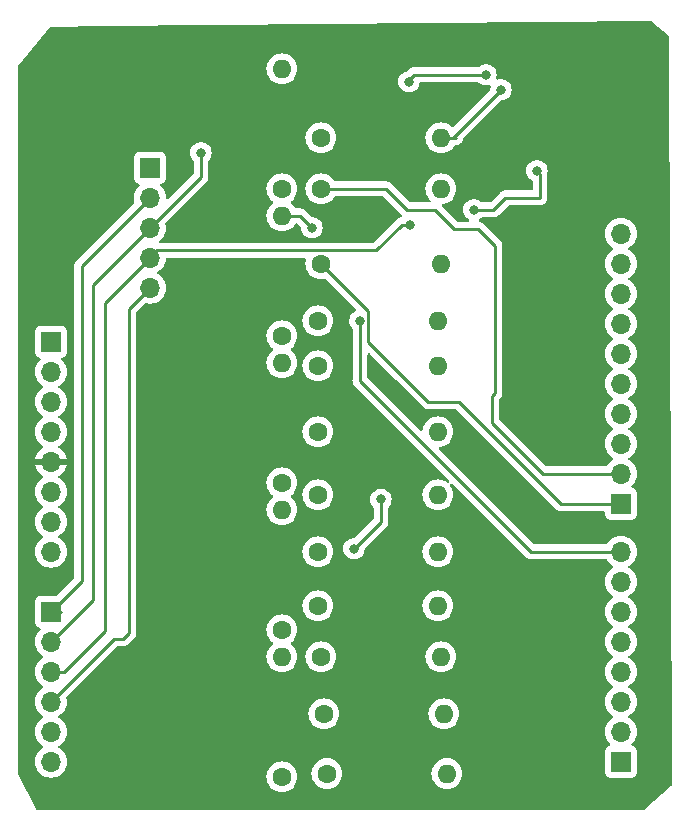
<source format=gbr>
%TF.GenerationSoftware,KiCad,Pcbnew,7.0.8*%
%TF.CreationDate,2023-10-31T15:50:40-07:00*%
%TF.ProjectId,lab 4,6c616220-342e-46b6-9963-61645f706362,rev?*%
%TF.SameCoordinates,Original*%
%TF.FileFunction,Copper,L2,Bot*%
%TF.FilePolarity,Positive*%
%FSLAX46Y46*%
G04 Gerber Fmt 4.6, Leading zero omitted, Abs format (unit mm)*
G04 Created by KiCad (PCBNEW 7.0.8) date 2023-10-31 15:50:40*
%MOMM*%
%LPD*%
G01*
G04 APERTURE LIST*
%TA.AperFunction,ComponentPad*%
%ADD10C,1.600000*%
%TD*%
%TA.AperFunction,ComponentPad*%
%ADD11O,1.600000X1.600000*%
%TD*%
%TA.AperFunction,ComponentPad*%
%ADD12R,1.700000X1.700000*%
%TD*%
%TA.AperFunction,ComponentPad*%
%ADD13O,1.700000X1.700000*%
%TD*%
%TA.AperFunction,ViaPad*%
%ADD14C,0.800000*%
%TD*%
%TA.AperFunction,Conductor*%
%ADD15C,0.250000*%
%TD*%
G04 APERTURE END LIST*
D10*
%TO.P,R11,1*%
%TO.N,Net-(R10-Pad2)*%
X149606000Y-60452000D03*
D11*
%TO.P,R11,2*%
%TO.N,Net-(R11-Pad2)*%
X159766000Y-60452000D03*
%TD*%
D12*
%TO.P,J3,1,Pin_1*%
%TO.N,unconnected-(J3-Pin_1-Pad1)*%
X175260000Y-93980000D03*
D13*
%TO.P,J3,2,Pin_2*%
%TO.N,unconnected-(J3-Pin_2-Pad2)*%
X175260000Y-91440000D03*
%TO.P,J3,3,Pin_3*%
%TO.N,/vin0*%
X175260000Y-88900000D03*
%TO.P,J3,4,Pin_4*%
%TO.N,/vin1*%
X175260000Y-86360000D03*
%TO.P,J3,5,Pin_5*%
%TO.N,/vin2*%
X175260000Y-83820000D03*
%TO.P,J3,6,Pin_6*%
%TO.N,/vin3*%
X175260000Y-81280000D03*
%TO.P,J3,7,Pin_7*%
%TO.N,/vin4*%
X175260000Y-78740000D03*
%TO.P,J3,8,Pin_8*%
%TO.N,/vin5*%
X175260000Y-76200000D03*
%TD*%
D10*
%TO.P,R3,1*%
%TO.N,Net-(R1-Pad2)*%
X146558000Y-95250000D03*
D11*
%TO.P,R3,2*%
%TO.N,Net-(R3-Pad2)*%
X146558000Y-85090000D03*
%TD*%
D12*
%TO.P,J5,1,Pin_1*%
%TO.N,GND*%
X135382000Y-43688000D03*
D13*
%TO.P,J5,2,Pin_2*%
%TO.N,/vout_r2r*%
X135382000Y-46228000D03*
%TO.P,J5,3,Pin_3*%
%TO.N,/vout_ltc*%
X135382000Y-48768000D03*
%TO.P,J5,4,Pin_4*%
%TO.N,/vout_mcp*%
X135382000Y-51308000D03*
%TO.P,J5,5,Pin_5*%
%TO.N,/ARDUINO_A3*%
X135382000Y-53848000D03*
%TD*%
D10*
%TO.P,R13,1*%
%TO.N,Net-(R11-Pad2)*%
X146558000Y-57912000D03*
D11*
%TO.P,R13,2*%
%TO.N,Net-(R13-Pad2)*%
X146558000Y-47752000D03*
%TD*%
D10*
%TO.P,R15,1*%
%TO.N,Net-(R13-Pad2)*%
X146558000Y-45466000D03*
D11*
%TO.P,R15,2*%
%TO.N,Net-(R15-Pad2)*%
X146558000Y-35306000D03*
%TD*%
D10*
%TO.P,R1,1*%
%TO.N,/vin0*%
X150114000Y-89916000D03*
D11*
%TO.P,R1,2*%
%TO.N,Net-(R1-Pad2)*%
X160274000Y-89916000D03*
%TD*%
D10*
%TO.P,R10,1*%
%TO.N,/vin4*%
X149606000Y-66040000D03*
D11*
%TO.P,R10,2*%
%TO.N,Net-(R10-Pad2)*%
X159766000Y-66040000D03*
%TD*%
D10*
%TO.P,R16,1*%
%TO.N,/vin7*%
X149860000Y-45466000D03*
D11*
%TO.P,R16,2*%
%TO.N,Net-(R15-Pad2)*%
X160020000Y-45466000D03*
%TD*%
D10*
%TO.P,R5,1*%
%TO.N,Net-(R3-Pad2)*%
X146558000Y-82804000D03*
D11*
%TO.P,R5,2*%
%TO.N,Net-(R5-Pad2)*%
X146558000Y-72644000D03*
%TD*%
D10*
%TO.P,R8,1*%
%TO.N,/vin3*%
X149606000Y-71374000D03*
D11*
%TO.P,R8,2*%
%TO.N,Net-(R7-Pad2)*%
X159766000Y-71374000D03*
%TD*%
D10*
%TO.P,R4,1*%
%TO.N,/vin1*%
X149860000Y-85090000D03*
D11*
%TO.P,R4,2*%
%TO.N,Net-(R3-Pad2)*%
X160020000Y-85090000D03*
%TD*%
D10*
%TO.P,R14,1*%
%TO.N,/vin6*%
X149860000Y-51816000D03*
D11*
%TO.P,R14,2*%
%TO.N,Net-(R13-Pad2)*%
X160020000Y-51816000D03*
%TD*%
D10*
%TO.P,R12,1*%
%TO.N,/vin5*%
X149606000Y-56642000D03*
D11*
%TO.P,R12,2*%
%TO.N,Net-(R11-Pad2)*%
X159766000Y-56642000D03*
%TD*%
D10*
%TO.P,R7,1*%
%TO.N,Net-(R5-Pad2)*%
X149606000Y-76200000D03*
D11*
%TO.P,R7,2*%
%TO.N,Net-(R7-Pad2)*%
X159766000Y-76200000D03*
%TD*%
D10*
%TO.P,R17,1*%
%TO.N,Net-(R15-Pad2)*%
X149860000Y-41148000D03*
D11*
%TO.P,R17,2*%
%TO.N,/vout_r2r*%
X160020000Y-41148000D03*
%TD*%
D10*
%TO.P,R9,1*%
%TO.N,Net-(R7-Pad2)*%
X146558000Y-70358000D03*
D11*
%TO.P,R9,2*%
%TO.N,Net-(R10-Pad2)*%
X146558000Y-60198000D03*
%TD*%
D10*
%TO.P,R2,1*%
%TO.N,Net-(R1-Pad2)*%
X150368000Y-94982000D03*
D11*
%TO.P,R2,2*%
%TO.N,unconnected-(R2-Pad2)*%
X160528000Y-94982000D03*
%TD*%
D10*
%TO.P,R6,1*%
%TO.N,/vin2*%
X149606000Y-80772000D03*
D11*
%TO.P,R6,2*%
%TO.N,Net-(R5-Pad2)*%
X159766000Y-80772000D03*
%TD*%
D12*
%TO.P,J4,1,Pin_1*%
%TO.N,/vin6*%
X175260000Y-72136000D03*
D13*
%TO.P,J4,2,Pin_2*%
%TO.N,/vin7*%
X175260000Y-69596000D03*
%TO.P,J4,3,Pin_3*%
%TO.N,unconnected-(J4-Pin_3-Pad3)*%
X175260000Y-67056000D03*
%TO.P,J4,4,Pin_4*%
%TO.N,unconnected-(J4-Pin_4-Pad4)*%
X175260000Y-64516000D03*
%TO.P,J4,5,Pin_5*%
%TO.N,unconnected-(J4-Pin_5-Pad5)*%
X175260000Y-61976000D03*
%TO.P,J4,6,Pin_6*%
%TO.N,unconnected-(J4-Pin_6-Pad6)*%
X175260000Y-59436000D03*
%TO.P,J4,7,Pin_7*%
%TO.N,GND*%
X175260000Y-56896000D03*
%TO.P,J4,8,Pin_8*%
%TO.N,unconnected-(J4-Pin_8-Pad8)*%
X175260000Y-54356000D03*
%TO.P,J4,9,Pin_9*%
%TO.N,unconnected-(J4-Pin_9-Pad9)*%
X175260000Y-51816000D03*
%TO.P,J4,10,Pin_10*%
%TO.N,unconnected-(J4-Pin_10-Pad10)*%
X175260000Y-49276000D03*
%TD*%
D12*
%TO.P,J2,1,Pin_1*%
%TO.N,unconnected-(J2-Pin_1-Pad1)*%
X127000000Y-58420000D03*
D13*
%TO.P,J2,2,Pin_2*%
%TO.N,unconnected-(J2-Pin_2-Pad2)*%
X127000000Y-60960000D03*
%TO.P,J2,3,Pin_3*%
%TO.N,unconnected-(J2-Pin_3-Pad3)*%
X127000000Y-63500000D03*
%TO.P,J2,4,Pin_4*%
%TO.N,unconnected-(J2-Pin_4-Pad4)*%
X127000000Y-66040000D03*
%TO.P,J2,5,Pin_5*%
%TO.N,+5V*%
X127000000Y-68580000D03*
%TO.P,J2,6,Pin_6*%
%TO.N,GND*%
X127000000Y-71120000D03*
%TO.P,J2,7,Pin_7*%
X127000000Y-73660000D03*
%TO.P,J2,8,Pin_8*%
%TO.N,unconnected-(J2-Pin_8-Pad8)*%
X127000000Y-76200000D03*
%TD*%
D12*
%TO.P,J1,1,Pin_1*%
%TO.N,/vout_r2r*%
X127000000Y-81280000D03*
D13*
%TO.P,J1,2,Pin_2*%
%TO.N,/vout_ltc*%
X127000000Y-83820000D03*
%TO.P,J1,3,Pin_3*%
%TO.N,/vout_mcp*%
X127000000Y-86360000D03*
%TO.P,J1,4,Pin_4*%
%TO.N,/ARDUINO_A3*%
X127000000Y-88900000D03*
%TO.P,J1,5,Pin_5*%
%TO.N,unconnected-(J1-Pin_5-Pad5)*%
X127000000Y-91440000D03*
%TO.P,J1,6,Pin_6*%
%TO.N,unconnected-(J1-Pin_6-Pad6)*%
X127000000Y-93980000D03*
%TD*%
D14*
%TO.N,/vout_r2r*%
X165100000Y-37084000D03*
%TO.N,/vout_ltc*%
X157309360Y-36405360D03*
X139700000Y-42418000D03*
X163830000Y-35814000D03*
%TO.N,/vout_mcp*%
X157390018Y-48514000D03*
X162814000Y-47244000D03*
X168148000Y-43942000D03*
%TO.N,+5V*%
X171450000Y-32512000D03*
X178562000Y-32512000D03*
X177800000Y-44196000D03*
X178054000Y-33528000D03*
X173228000Y-35560000D03*
X176022000Y-39116000D03*
X178308000Y-40132000D03*
X175768000Y-32512000D03*
X176022000Y-41656000D03*
X173990000Y-36830000D03*
X178562000Y-34544000D03*
X177292000Y-32512000D03*
X174752000Y-35052000D03*
X165862000Y-32512000D03*
X174244000Y-44196000D03*
X176022000Y-45720000D03*
X178054000Y-35560000D03*
X178308000Y-38100000D03*
X176530000Y-36576000D03*
X173228000Y-33528000D03*
X174498000Y-32512000D03*
X172974000Y-40640000D03*
%TO.N,/vin3*%
X152654000Y-75946000D03*
X154940000Y-71774500D03*
%TO.N,/vin5*%
X153162000Y-56642000D03*
%TO.N,Net-(R13-Pad2)*%
X149098000Y-48768000D03*
%TD*%
D15*
%TO.N,/vout_r2r*%
X135382000Y-46228000D02*
X129598000Y-52012000D01*
X127000000Y-81280000D02*
X127850000Y-81280000D01*
X165100000Y-37084000D02*
X161036000Y-41148000D01*
X129598000Y-78682000D02*
X127000000Y-81280000D01*
X160020000Y-41148000D02*
X161290000Y-41148000D01*
X129598000Y-52012000D02*
X129598000Y-78682000D01*
X161036000Y-41148000D02*
X160020000Y-41148000D01*
%TO.N,/vout_ltc*%
X157734000Y-35814000D02*
X157226000Y-36322000D01*
X139700000Y-42418000D02*
X139700000Y-44450000D01*
X135382000Y-48768000D02*
X130556000Y-53594000D01*
X130556000Y-80264000D02*
X127000000Y-83820000D01*
X130556000Y-53594000D02*
X130556000Y-80264000D01*
X139700000Y-44450000D02*
X135382000Y-48768000D01*
X163830000Y-35814000D02*
X157734000Y-35814000D01*
X157226000Y-36322000D02*
X157309360Y-36405360D01*
%TO.N,/vout_mcp*%
X131572000Y-55118000D02*
X131572000Y-82932396D01*
X168402000Y-46228000D02*
X168402000Y-44196000D01*
X131572000Y-55118000D02*
X135382000Y-51308000D01*
X135382000Y-51308000D02*
X135999000Y-50691000D01*
X165482396Y-46228000D02*
X168402000Y-46228000D01*
X131572000Y-82932396D02*
X128144396Y-86360000D01*
X154541000Y-50691000D02*
X156718000Y-48514000D01*
X168402000Y-44196000D02*
X168148000Y-43942000D01*
X128144396Y-86360000D02*
X127000000Y-86360000D01*
X162814000Y-47244000D02*
X164466396Y-47244000D01*
X135999000Y-50691000D02*
X154541000Y-50691000D01*
X156718000Y-48514000D02*
X157390018Y-48514000D01*
X164466396Y-47244000D02*
X165482396Y-46228000D01*
%TO.N,/ARDUINO_A3*%
X133604000Y-83058000D02*
X133096000Y-83566000D01*
X132334000Y-83566000D02*
X127000000Y-88900000D01*
X133096000Y-83566000D02*
X132334000Y-83566000D01*
X133604000Y-55626000D02*
X135382000Y-53848000D01*
X133604000Y-55626000D02*
X133604000Y-83058000D01*
%TO.N,/vin3*%
X154940000Y-73660000D02*
X152654000Y-75946000D01*
X154940000Y-71774500D02*
X154940000Y-73660000D01*
%TO.N,/vin5*%
X153162000Y-61722000D02*
X167640000Y-76200000D01*
X167640000Y-76200000D02*
X175260000Y-76200000D01*
X153162000Y-56642000D02*
X153162000Y-61722000D01*
%TO.N,/vin6*%
X153887000Y-58420000D02*
X158967000Y-63500000D01*
X158967000Y-63500000D02*
X161544000Y-63500000D01*
X161544000Y-63500000D02*
X170180000Y-72136000D01*
X149860000Y-51816000D02*
X153887000Y-55843000D01*
X153887000Y-55843000D02*
X153887000Y-58420000D01*
X170180000Y-72136000D02*
X175260000Y-72136000D01*
%TO.N,/vin7*%
X164338000Y-62992000D02*
X164338000Y-65278000D01*
X164592000Y-62738000D02*
X164338000Y-62992000D01*
X155367323Y-45466000D02*
X157145323Y-47244000D01*
X164592000Y-50292000D02*
X164592000Y-62738000D01*
X159512000Y-47244000D02*
X161145000Y-48877000D01*
X161145000Y-48877000D02*
X163177000Y-48877000D01*
X157145323Y-47244000D02*
X159512000Y-47244000D01*
X164338000Y-65278000D02*
X168656000Y-69596000D01*
X149860000Y-45466000D02*
X155367323Y-45466000D01*
X163177000Y-48877000D02*
X164592000Y-50292000D01*
X168656000Y-69596000D02*
X175260000Y-69596000D01*
%TO.N,Net-(R13-Pad2)*%
X148082000Y-47752000D02*
X146558000Y-47752000D01*
X149098000Y-48768000D02*
X148082000Y-47752000D01*
%TD*%
%TA.AperFunction,Conductor*%
%TO.N,+5V*%
G36*
X177880653Y-31277255D02*
G01*
X177895264Y-31288028D01*
X178433819Y-31749646D01*
X179280426Y-32475309D01*
X179318516Y-32533884D01*
X179323727Y-32568961D01*
X179577274Y-95955794D01*
X179557858Y-96022912D01*
X179535656Y-96048969D01*
X177327046Y-98012179D01*
X177263863Y-98042005D01*
X177244665Y-98043500D01*
X125806945Y-98043500D01*
X125739906Y-98023815D01*
X125696036Y-97974954D01*
X124219591Y-95022063D01*
X124206500Y-94966609D01*
X124206500Y-93980000D01*
X125644341Y-93980000D01*
X125664936Y-94215403D01*
X125664938Y-94215413D01*
X125726094Y-94443655D01*
X125726096Y-94443659D01*
X125726097Y-94443663D01*
X125797724Y-94597267D01*
X125825965Y-94657830D01*
X125825967Y-94657834D01*
X125894220Y-94755308D01*
X125961505Y-94851401D01*
X126128599Y-95018495D01*
X126225384Y-95086265D01*
X126322165Y-95154032D01*
X126322167Y-95154033D01*
X126322170Y-95154035D01*
X126536337Y-95253903D01*
X126764592Y-95315063D01*
X126941034Y-95330500D01*
X126999999Y-95335659D01*
X127000000Y-95335659D01*
X127000001Y-95335659D01*
X127058966Y-95330500D01*
X127235408Y-95315063D01*
X127463663Y-95253903D01*
X127472031Y-95250001D01*
X145252532Y-95250001D01*
X145272364Y-95476686D01*
X145272366Y-95476697D01*
X145331258Y-95696488D01*
X145331261Y-95696497D01*
X145427431Y-95902732D01*
X145427432Y-95902734D01*
X145557954Y-96089141D01*
X145718858Y-96250045D01*
X145718861Y-96250047D01*
X145905266Y-96380568D01*
X146111504Y-96476739D01*
X146331308Y-96535635D01*
X146493230Y-96549801D01*
X146557998Y-96555468D01*
X146558000Y-96555468D01*
X146558002Y-96555468D01*
X146614673Y-96550509D01*
X146784692Y-96535635D01*
X147004496Y-96476739D01*
X147210734Y-96380568D01*
X147397139Y-96250047D01*
X147558047Y-96089139D01*
X147688568Y-95902734D01*
X147784739Y-95696496D01*
X147843635Y-95476692D01*
X147863468Y-95250000D01*
X147859854Y-95208697D01*
X147847924Y-95072331D01*
X147843635Y-95023308D01*
X147832567Y-94982001D01*
X149062532Y-94982001D01*
X149082364Y-95208686D01*
X149082366Y-95208697D01*
X149141258Y-95428488D01*
X149141261Y-95428497D01*
X149237431Y-95634732D01*
X149237432Y-95634734D01*
X149367954Y-95821141D01*
X149528858Y-95982045D01*
X149528861Y-95982047D01*
X149715266Y-96112568D01*
X149921504Y-96208739D01*
X150141308Y-96267635D01*
X150303230Y-96281801D01*
X150367998Y-96287468D01*
X150368000Y-96287468D01*
X150368002Y-96287468D01*
X150424673Y-96282509D01*
X150594692Y-96267635D01*
X150814496Y-96208739D01*
X151020734Y-96112568D01*
X151207139Y-95982047D01*
X151368047Y-95821139D01*
X151498568Y-95634734D01*
X151594739Y-95428496D01*
X151653635Y-95208692D01*
X151672233Y-94996117D01*
X151673468Y-94982001D01*
X159222532Y-94982001D01*
X159242364Y-95208686D01*
X159242366Y-95208697D01*
X159301258Y-95428488D01*
X159301261Y-95428497D01*
X159397431Y-95634732D01*
X159397432Y-95634734D01*
X159527954Y-95821141D01*
X159688858Y-95982045D01*
X159688861Y-95982047D01*
X159875266Y-96112568D01*
X160081504Y-96208739D01*
X160301308Y-96267635D01*
X160463230Y-96281801D01*
X160527998Y-96287468D01*
X160528000Y-96287468D01*
X160528002Y-96287468D01*
X160584673Y-96282509D01*
X160754692Y-96267635D01*
X160974496Y-96208739D01*
X161180734Y-96112568D01*
X161367139Y-95982047D01*
X161528047Y-95821139D01*
X161658568Y-95634734D01*
X161754739Y-95428496D01*
X161813635Y-95208692D01*
X161832233Y-94996117D01*
X161833468Y-94982001D01*
X161833468Y-94981998D01*
X161822042Y-94851401D01*
X161813635Y-94755308D01*
X161754739Y-94535504D01*
X161658568Y-94329266D01*
X161528047Y-94142861D01*
X161528045Y-94142858D01*
X161367141Y-93981954D01*
X161180734Y-93851432D01*
X161180732Y-93851431D01*
X160974497Y-93755261D01*
X160974488Y-93755258D01*
X160754697Y-93696366D01*
X160754693Y-93696365D01*
X160754692Y-93696365D01*
X160754691Y-93696364D01*
X160754686Y-93696364D01*
X160528002Y-93676532D01*
X160527998Y-93676532D01*
X160301313Y-93696364D01*
X160301302Y-93696366D01*
X160081511Y-93755258D01*
X160081502Y-93755261D01*
X159875267Y-93851431D01*
X159875265Y-93851432D01*
X159688858Y-93981954D01*
X159527954Y-94142858D01*
X159397432Y-94329265D01*
X159397431Y-94329267D01*
X159301261Y-94535502D01*
X159301258Y-94535511D01*
X159242366Y-94755302D01*
X159242364Y-94755313D01*
X159222532Y-94981998D01*
X159222532Y-94982001D01*
X151673468Y-94982001D01*
X151673468Y-94981998D01*
X151662042Y-94851401D01*
X151653635Y-94755308D01*
X151594739Y-94535504D01*
X151498568Y-94329266D01*
X151368047Y-94142861D01*
X151368045Y-94142858D01*
X151207141Y-93981954D01*
X151020734Y-93851432D01*
X151020732Y-93851431D01*
X150814497Y-93755261D01*
X150814488Y-93755258D01*
X150594697Y-93696366D01*
X150594693Y-93696365D01*
X150594692Y-93696365D01*
X150594691Y-93696364D01*
X150594686Y-93696364D01*
X150368002Y-93676532D01*
X150367998Y-93676532D01*
X150141313Y-93696364D01*
X150141302Y-93696366D01*
X149921511Y-93755258D01*
X149921502Y-93755261D01*
X149715267Y-93851431D01*
X149715265Y-93851432D01*
X149528858Y-93981954D01*
X149367954Y-94142858D01*
X149237432Y-94329265D01*
X149237431Y-94329267D01*
X149141261Y-94535502D01*
X149141258Y-94535511D01*
X149082366Y-94755302D01*
X149082364Y-94755313D01*
X149062532Y-94981998D01*
X149062532Y-94982001D01*
X147832567Y-94982001D01*
X147784739Y-94803504D01*
X147688568Y-94597266D01*
X147558047Y-94410861D01*
X147558045Y-94410858D01*
X147397141Y-94249954D01*
X147210734Y-94119432D01*
X147210732Y-94119431D01*
X147004497Y-94023261D01*
X147004488Y-94023258D01*
X146784697Y-93964366D01*
X146784693Y-93964365D01*
X146784692Y-93964365D01*
X146784691Y-93964364D01*
X146784686Y-93964364D01*
X146558002Y-93944532D01*
X146557998Y-93944532D01*
X146331313Y-93964364D01*
X146331302Y-93964366D01*
X146111511Y-94023258D01*
X146111502Y-94023261D01*
X145905267Y-94119431D01*
X145905265Y-94119432D01*
X145718858Y-94249954D01*
X145557954Y-94410858D01*
X145427432Y-94597265D01*
X145427431Y-94597267D01*
X145331261Y-94803502D01*
X145331258Y-94803511D01*
X145272366Y-95023302D01*
X145272364Y-95023313D01*
X145252532Y-95249998D01*
X145252532Y-95250001D01*
X127472031Y-95250001D01*
X127677830Y-95154035D01*
X127871401Y-95018495D01*
X128038495Y-94851401D01*
X128174035Y-94657830D01*
X128273903Y-94443663D01*
X128335063Y-94215408D01*
X128355659Y-93980000D01*
X128335063Y-93744592D01*
X128273903Y-93516337D01*
X128174035Y-93302171D01*
X128038495Y-93108599D01*
X128038494Y-93108597D01*
X127871402Y-92941506D01*
X127871396Y-92941501D01*
X127685842Y-92811575D01*
X127642217Y-92756998D01*
X127635023Y-92687500D01*
X127666546Y-92625145D01*
X127685842Y-92608425D01*
X127798054Y-92529853D01*
X127871401Y-92478495D01*
X128038495Y-92311401D01*
X128174035Y-92117830D01*
X128273903Y-91903663D01*
X128335063Y-91675408D01*
X128355659Y-91440000D01*
X128335063Y-91204592D01*
X128273903Y-90976337D01*
X128174035Y-90762171D01*
X128169112Y-90755139D01*
X128038494Y-90568597D01*
X127871402Y-90401506D01*
X127871396Y-90401501D01*
X127685842Y-90271575D01*
X127642217Y-90216998D01*
X127635023Y-90147500D01*
X127666546Y-90085145D01*
X127685842Y-90068425D01*
X127708026Y-90052891D01*
X127871401Y-89938495D01*
X127893895Y-89916001D01*
X148808532Y-89916001D01*
X148828364Y-90142686D01*
X148828366Y-90142697D01*
X148887258Y-90362488D01*
X148887261Y-90362497D01*
X148983431Y-90568732D01*
X148983432Y-90568734D01*
X149113954Y-90755141D01*
X149274858Y-90916045D01*
X149274861Y-90916047D01*
X149461266Y-91046568D01*
X149667504Y-91142739D01*
X149887308Y-91201635D01*
X150049230Y-91215801D01*
X150113998Y-91221468D01*
X150114000Y-91221468D01*
X150114002Y-91221468D01*
X150170673Y-91216509D01*
X150340692Y-91201635D01*
X150560496Y-91142739D01*
X150766734Y-91046568D01*
X150953139Y-90916047D01*
X151114047Y-90755139D01*
X151244568Y-90568734D01*
X151340739Y-90362496D01*
X151399635Y-90142692D01*
X151419468Y-89916001D01*
X158968532Y-89916001D01*
X158988364Y-90142686D01*
X158988366Y-90142697D01*
X159047258Y-90362488D01*
X159047261Y-90362497D01*
X159143431Y-90568732D01*
X159143432Y-90568734D01*
X159273954Y-90755141D01*
X159434858Y-90916045D01*
X159434861Y-90916047D01*
X159621266Y-91046568D01*
X159827504Y-91142739D01*
X160047308Y-91201635D01*
X160209230Y-91215801D01*
X160273998Y-91221468D01*
X160274000Y-91221468D01*
X160274002Y-91221468D01*
X160330673Y-91216509D01*
X160500692Y-91201635D01*
X160720496Y-91142739D01*
X160926734Y-91046568D01*
X161113139Y-90916047D01*
X161274047Y-90755139D01*
X161404568Y-90568734D01*
X161500739Y-90362496D01*
X161559635Y-90142692D01*
X161579468Y-89916000D01*
X161559635Y-89689308D01*
X161500739Y-89469504D01*
X161404568Y-89263266D01*
X161274047Y-89076861D01*
X161274045Y-89076858D01*
X161113141Y-88915954D01*
X160926734Y-88785432D01*
X160926732Y-88785431D01*
X160720497Y-88689261D01*
X160720488Y-88689258D01*
X160500697Y-88630366D01*
X160500693Y-88630365D01*
X160500692Y-88630365D01*
X160500691Y-88630364D01*
X160500686Y-88630364D01*
X160274002Y-88610532D01*
X160273998Y-88610532D01*
X160047313Y-88630364D01*
X160047302Y-88630366D01*
X159827511Y-88689258D01*
X159827502Y-88689261D01*
X159621267Y-88785431D01*
X159621265Y-88785432D01*
X159434858Y-88915954D01*
X159273954Y-89076858D01*
X159143432Y-89263265D01*
X159143431Y-89263267D01*
X159047261Y-89469502D01*
X159047258Y-89469511D01*
X158988366Y-89689302D01*
X158988364Y-89689313D01*
X158968532Y-89915998D01*
X158968532Y-89916001D01*
X151419468Y-89916001D01*
X151419468Y-89916000D01*
X151399635Y-89689308D01*
X151340739Y-89469504D01*
X151244568Y-89263266D01*
X151114047Y-89076861D01*
X151114045Y-89076858D01*
X150953141Y-88915954D01*
X150766734Y-88785432D01*
X150766732Y-88785431D01*
X150560497Y-88689261D01*
X150560488Y-88689258D01*
X150340697Y-88630366D01*
X150340693Y-88630365D01*
X150340692Y-88630365D01*
X150340691Y-88630364D01*
X150340686Y-88630364D01*
X150114002Y-88610532D01*
X150113998Y-88610532D01*
X149887313Y-88630364D01*
X149887302Y-88630366D01*
X149667511Y-88689258D01*
X149667502Y-88689261D01*
X149461267Y-88785431D01*
X149461265Y-88785432D01*
X149274858Y-88915954D01*
X149113954Y-89076858D01*
X148983432Y-89263265D01*
X148983431Y-89263267D01*
X148887261Y-89469502D01*
X148887258Y-89469511D01*
X148828366Y-89689302D01*
X148828364Y-89689313D01*
X148808532Y-89915998D01*
X148808532Y-89916001D01*
X127893895Y-89916001D01*
X128038495Y-89771401D01*
X128174035Y-89577830D01*
X128273903Y-89363663D01*
X128335063Y-89135408D01*
X128355659Y-88900000D01*
X128335063Y-88664592D01*
X128308143Y-88564125D01*
X128309806Y-88494276D01*
X128340235Y-88444353D01*
X131694589Y-85090001D01*
X145252532Y-85090001D01*
X145272364Y-85316686D01*
X145272366Y-85316697D01*
X145331258Y-85536488D01*
X145331261Y-85536497D01*
X145427431Y-85742732D01*
X145427432Y-85742734D01*
X145557954Y-85929141D01*
X145718858Y-86090045D01*
X145718861Y-86090047D01*
X145905266Y-86220568D01*
X146111504Y-86316739D01*
X146331308Y-86375635D01*
X146493230Y-86389801D01*
X146557998Y-86395468D01*
X146558000Y-86395468D01*
X146558002Y-86395468D01*
X146614673Y-86390509D01*
X146784692Y-86375635D01*
X147004496Y-86316739D01*
X147210734Y-86220568D01*
X147397139Y-86090047D01*
X147558047Y-85929139D01*
X147688568Y-85742734D01*
X147784739Y-85536496D01*
X147843635Y-85316692D01*
X147863468Y-85090001D01*
X148554532Y-85090001D01*
X148574364Y-85316686D01*
X148574366Y-85316697D01*
X148633258Y-85536488D01*
X148633261Y-85536497D01*
X148729431Y-85742732D01*
X148729432Y-85742734D01*
X148859954Y-85929141D01*
X149020858Y-86090045D01*
X149020861Y-86090047D01*
X149207266Y-86220568D01*
X149413504Y-86316739D01*
X149633308Y-86375635D01*
X149795230Y-86389801D01*
X149859998Y-86395468D01*
X149860000Y-86395468D01*
X149860002Y-86395468D01*
X149916673Y-86390509D01*
X150086692Y-86375635D01*
X150306496Y-86316739D01*
X150512734Y-86220568D01*
X150699139Y-86090047D01*
X150860047Y-85929139D01*
X150990568Y-85742734D01*
X151086739Y-85536496D01*
X151145635Y-85316692D01*
X151165468Y-85090001D01*
X158714532Y-85090001D01*
X158734364Y-85316686D01*
X158734366Y-85316697D01*
X158793258Y-85536488D01*
X158793261Y-85536497D01*
X158889431Y-85742732D01*
X158889432Y-85742734D01*
X159019954Y-85929141D01*
X159180858Y-86090045D01*
X159180861Y-86090047D01*
X159367266Y-86220568D01*
X159573504Y-86316739D01*
X159793308Y-86375635D01*
X159955230Y-86389801D01*
X160019998Y-86395468D01*
X160020000Y-86395468D01*
X160020002Y-86395468D01*
X160076673Y-86390509D01*
X160246692Y-86375635D01*
X160466496Y-86316739D01*
X160672734Y-86220568D01*
X160859139Y-86090047D01*
X161020047Y-85929139D01*
X161150568Y-85742734D01*
X161246739Y-85536496D01*
X161305635Y-85316692D01*
X161325468Y-85090000D01*
X161305635Y-84863308D01*
X161246739Y-84643504D01*
X161150568Y-84437266D01*
X161020047Y-84250861D01*
X161020045Y-84250858D01*
X160859141Y-84089954D01*
X160672734Y-83959432D01*
X160672732Y-83959431D01*
X160466497Y-83863261D01*
X160466488Y-83863258D01*
X160246697Y-83804366D01*
X160246693Y-83804365D01*
X160246692Y-83804365D01*
X160246691Y-83804364D01*
X160246686Y-83804364D01*
X160020002Y-83784532D01*
X160019998Y-83784532D01*
X159793313Y-83804364D01*
X159793302Y-83804366D01*
X159573511Y-83863258D01*
X159573502Y-83863261D01*
X159367267Y-83959431D01*
X159367265Y-83959432D01*
X159180858Y-84089954D01*
X159019954Y-84250858D01*
X158889432Y-84437265D01*
X158889431Y-84437267D01*
X158793261Y-84643502D01*
X158793258Y-84643511D01*
X158734366Y-84863302D01*
X158734364Y-84863313D01*
X158714532Y-85089998D01*
X158714532Y-85090001D01*
X151165468Y-85090001D01*
X151165468Y-85090000D01*
X151145635Y-84863308D01*
X151086739Y-84643504D01*
X150990568Y-84437266D01*
X150860047Y-84250861D01*
X150860045Y-84250858D01*
X150699141Y-84089954D01*
X150512734Y-83959432D01*
X150512732Y-83959431D01*
X150306497Y-83863261D01*
X150306488Y-83863258D01*
X150086697Y-83804366D01*
X150086693Y-83804365D01*
X150086692Y-83804365D01*
X150086691Y-83804364D01*
X150086686Y-83804364D01*
X149860002Y-83784532D01*
X149859998Y-83784532D01*
X149633313Y-83804364D01*
X149633302Y-83804366D01*
X149413511Y-83863258D01*
X149413502Y-83863261D01*
X149207267Y-83959431D01*
X149207265Y-83959432D01*
X149020858Y-84089954D01*
X148859954Y-84250858D01*
X148729432Y-84437265D01*
X148729431Y-84437267D01*
X148633261Y-84643502D01*
X148633258Y-84643511D01*
X148574366Y-84863302D01*
X148574364Y-84863313D01*
X148554532Y-85089998D01*
X148554532Y-85090001D01*
X147863468Y-85090001D01*
X147863468Y-85090000D01*
X147843635Y-84863308D01*
X147784739Y-84643504D01*
X147688568Y-84437266D01*
X147558047Y-84250861D01*
X147558045Y-84250858D01*
X147397141Y-84089954D01*
X147338045Y-84048575D01*
X147294420Y-83993999D01*
X147287226Y-83924500D01*
X147318749Y-83862145D01*
X147338045Y-83845425D01*
X147358261Y-83831269D01*
X147397139Y-83804047D01*
X147558047Y-83643139D01*
X147688568Y-83456734D01*
X147784739Y-83250496D01*
X147843635Y-83030692D01*
X147863468Y-82804000D01*
X147843635Y-82577308D01*
X147784739Y-82357504D01*
X147688568Y-82151266D01*
X147558047Y-81964861D01*
X147558045Y-81964858D01*
X147397141Y-81803954D01*
X147210734Y-81673432D01*
X147210732Y-81673431D01*
X147004497Y-81577261D01*
X147004488Y-81577258D01*
X146784697Y-81518366D01*
X146784693Y-81518365D01*
X146784692Y-81518365D01*
X146784691Y-81518364D01*
X146784686Y-81518364D01*
X146558002Y-81498532D01*
X146557998Y-81498532D01*
X146331313Y-81518364D01*
X146331302Y-81518366D01*
X146111511Y-81577258D01*
X146111502Y-81577261D01*
X145905267Y-81673431D01*
X145905265Y-81673432D01*
X145718858Y-81803954D01*
X145557954Y-81964858D01*
X145427432Y-82151265D01*
X145427431Y-82151267D01*
X145331261Y-82357502D01*
X145331258Y-82357511D01*
X145272366Y-82577302D01*
X145272364Y-82577313D01*
X145252532Y-82803998D01*
X145252532Y-82804001D01*
X145272364Y-83030686D01*
X145272366Y-83030697D01*
X145331258Y-83250488D01*
X145331261Y-83250497D01*
X145427431Y-83456732D01*
X145427432Y-83456734D01*
X145557954Y-83643141D01*
X145718858Y-83804045D01*
X145777955Y-83845425D01*
X145821580Y-83900001D01*
X145828774Y-83969500D01*
X145797251Y-84031855D01*
X145777955Y-84048575D01*
X145718858Y-84089954D01*
X145557954Y-84250858D01*
X145427432Y-84437265D01*
X145427431Y-84437267D01*
X145331261Y-84643502D01*
X145331258Y-84643511D01*
X145272366Y-84863302D01*
X145272364Y-84863313D01*
X145252532Y-85089998D01*
X145252532Y-85090001D01*
X131694589Y-85090001D01*
X132556772Y-84227819D01*
X132618095Y-84194334D01*
X132644453Y-84191500D01*
X133013257Y-84191500D01*
X133028877Y-84193224D01*
X133028904Y-84192939D01*
X133036660Y-84193671D01*
X133036667Y-84193673D01*
X133105814Y-84191500D01*
X133135350Y-84191500D01*
X133142228Y-84190630D01*
X133148041Y-84190172D01*
X133194627Y-84188709D01*
X133213869Y-84183117D01*
X133232912Y-84179174D01*
X133252792Y-84176664D01*
X133296122Y-84159507D01*
X133301646Y-84157617D01*
X133305396Y-84156527D01*
X133346390Y-84144618D01*
X133363629Y-84134422D01*
X133381103Y-84125862D01*
X133399727Y-84118488D01*
X133399727Y-84118487D01*
X133399732Y-84118486D01*
X133437449Y-84091082D01*
X133442305Y-84087892D01*
X133482420Y-84064170D01*
X133496589Y-84049999D01*
X133511379Y-84037368D01*
X133527587Y-84025594D01*
X133557299Y-83989676D01*
X133561212Y-83985376D01*
X133987785Y-83558803D01*
X134000041Y-83548987D01*
X133999858Y-83548765D01*
X134005875Y-83543787D01*
X134005874Y-83543787D01*
X134005877Y-83543786D01*
X134030251Y-83517829D01*
X134053227Y-83493364D01*
X134063671Y-83482918D01*
X134074120Y-83472471D01*
X134078379Y-83466978D01*
X134082152Y-83462561D01*
X134114062Y-83428582D01*
X134123713Y-83411024D01*
X134134396Y-83394761D01*
X134146673Y-83378936D01*
X134165185Y-83336153D01*
X134167738Y-83330941D01*
X134190197Y-83290092D01*
X134195180Y-83270680D01*
X134201481Y-83252280D01*
X134209437Y-83233896D01*
X134216729Y-83187852D01*
X134217906Y-83182171D01*
X134229500Y-83137019D01*
X134229500Y-83116983D01*
X134231027Y-83097582D01*
X134234160Y-83077804D01*
X134229775Y-83031418D01*
X134229500Y-83025580D01*
X134229500Y-80772001D01*
X148300532Y-80772001D01*
X148320364Y-80998686D01*
X148320366Y-80998697D01*
X148379258Y-81218488D01*
X148379261Y-81218497D01*
X148475431Y-81424732D01*
X148475432Y-81424734D01*
X148605954Y-81611141D01*
X148766858Y-81772045D01*
X148766861Y-81772047D01*
X148953266Y-81902568D01*
X149159504Y-81998739D01*
X149379308Y-82057635D01*
X149541230Y-82071801D01*
X149605998Y-82077468D01*
X149606000Y-82077468D01*
X149606002Y-82077468D01*
X149662673Y-82072509D01*
X149832692Y-82057635D01*
X150052496Y-81998739D01*
X150258734Y-81902568D01*
X150445139Y-81772047D01*
X150606047Y-81611139D01*
X150736568Y-81424734D01*
X150832739Y-81218496D01*
X150891635Y-80998692D01*
X150911468Y-80772001D01*
X158460532Y-80772001D01*
X158480364Y-80998686D01*
X158480366Y-80998697D01*
X158539258Y-81218488D01*
X158539261Y-81218497D01*
X158635431Y-81424732D01*
X158635432Y-81424734D01*
X158765954Y-81611141D01*
X158926858Y-81772045D01*
X158926861Y-81772047D01*
X159113266Y-81902568D01*
X159319504Y-81998739D01*
X159539308Y-82057635D01*
X159701230Y-82071801D01*
X159765998Y-82077468D01*
X159766000Y-82077468D01*
X159766002Y-82077468D01*
X159822673Y-82072509D01*
X159992692Y-82057635D01*
X160212496Y-81998739D01*
X160418734Y-81902568D01*
X160605139Y-81772047D01*
X160766047Y-81611139D01*
X160896568Y-81424734D01*
X160992739Y-81218496D01*
X161051635Y-80998692D01*
X161071468Y-80772000D01*
X161051635Y-80545308D01*
X160992739Y-80325504D01*
X160896568Y-80119266D01*
X160766047Y-79932861D01*
X160766045Y-79932858D01*
X160605141Y-79771954D01*
X160418734Y-79641432D01*
X160418732Y-79641431D01*
X160212497Y-79545261D01*
X160212488Y-79545258D01*
X159992697Y-79486366D01*
X159992693Y-79486365D01*
X159992692Y-79486365D01*
X159992691Y-79486364D01*
X159992686Y-79486364D01*
X159766002Y-79466532D01*
X159765998Y-79466532D01*
X159539313Y-79486364D01*
X159539302Y-79486366D01*
X159319511Y-79545258D01*
X159319502Y-79545261D01*
X159113267Y-79641431D01*
X159113265Y-79641432D01*
X158926858Y-79771954D01*
X158765954Y-79932858D01*
X158635432Y-80119265D01*
X158635431Y-80119267D01*
X158539261Y-80325502D01*
X158539258Y-80325511D01*
X158480366Y-80545302D01*
X158480364Y-80545313D01*
X158460532Y-80771998D01*
X158460532Y-80772001D01*
X150911468Y-80772001D01*
X150911468Y-80772000D01*
X150891635Y-80545308D01*
X150832739Y-80325504D01*
X150736568Y-80119266D01*
X150606047Y-79932861D01*
X150606045Y-79932858D01*
X150445141Y-79771954D01*
X150258734Y-79641432D01*
X150258732Y-79641431D01*
X150052497Y-79545261D01*
X150052488Y-79545258D01*
X149832697Y-79486366D01*
X149832693Y-79486365D01*
X149832692Y-79486365D01*
X149832691Y-79486364D01*
X149832686Y-79486364D01*
X149606002Y-79466532D01*
X149605998Y-79466532D01*
X149379313Y-79486364D01*
X149379302Y-79486366D01*
X149159511Y-79545258D01*
X149159502Y-79545261D01*
X148953267Y-79641431D01*
X148953265Y-79641432D01*
X148766858Y-79771954D01*
X148605954Y-79932858D01*
X148475432Y-80119265D01*
X148475431Y-80119267D01*
X148379261Y-80325502D01*
X148379258Y-80325511D01*
X148320366Y-80545302D01*
X148320364Y-80545313D01*
X148300532Y-80771998D01*
X148300532Y-80772001D01*
X134229500Y-80772001D01*
X134229500Y-76200001D01*
X148300532Y-76200001D01*
X148320364Y-76426686D01*
X148320366Y-76426697D01*
X148379258Y-76646488D01*
X148379261Y-76646497D01*
X148475431Y-76852732D01*
X148475432Y-76852734D01*
X148605954Y-77039141D01*
X148766858Y-77200045D01*
X148766861Y-77200047D01*
X148953266Y-77330568D01*
X149159504Y-77426739D01*
X149379308Y-77485635D01*
X149541230Y-77499801D01*
X149605998Y-77505468D01*
X149606000Y-77505468D01*
X149606002Y-77505468D01*
X149662673Y-77500509D01*
X149832692Y-77485635D01*
X150052496Y-77426739D01*
X150258734Y-77330568D01*
X150445139Y-77200047D01*
X150606047Y-77039139D01*
X150736568Y-76852734D01*
X150832739Y-76646496D01*
X150891635Y-76426692D01*
X150911468Y-76200000D01*
X150891635Y-75973308D01*
X150884318Y-75946000D01*
X151748540Y-75946000D01*
X151768326Y-76134256D01*
X151768327Y-76134259D01*
X151826818Y-76314277D01*
X151826821Y-76314284D01*
X151921467Y-76478216D01*
X152032812Y-76601877D01*
X152048129Y-76618888D01*
X152201265Y-76730148D01*
X152201270Y-76730151D01*
X152374192Y-76807142D01*
X152374197Y-76807144D01*
X152559354Y-76846500D01*
X152559355Y-76846500D01*
X152748644Y-76846500D01*
X152748646Y-76846500D01*
X152933803Y-76807144D01*
X153106730Y-76730151D01*
X153259871Y-76618888D01*
X153386533Y-76478216D01*
X153481179Y-76314284D01*
X153518312Y-76200001D01*
X158460532Y-76200001D01*
X158480364Y-76426686D01*
X158480366Y-76426697D01*
X158539258Y-76646488D01*
X158539261Y-76646497D01*
X158635431Y-76852732D01*
X158635432Y-76852734D01*
X158765954Y-77039141D01*
X158926858Y-77200045D01*
X158926861Y-77200047D01*
X159113266Y-77330568D01*
X159319504Y-77426739D01*
X159539308Y-77485635D01*
X159701230Y-77499801D01*
X159765998Y-77505468D01*
X159766000Y-77505468D01*
X159766002Y-77505468D01*
X159822673Y-77500509D01*
X159992692Y-77485635D01*
X160212496Y-77426739D01*
X160418734Y-77330568D01*
X160605139Y-77200047D01*
X160766047Y-77039139D01*
X160896568Y-76852734D01*
X160992739Y-76646496D01*
X161051635Y-76426692D01*
X161071468Y-76200000D01*
X161051635Y-75973308D01*
X160992739Y-75753504D01*
X160896568Y-75547266D01*
X160766047Y-75360861D01*
X160766045Y-75360858D01*
X160605141Y-75199954D01*
X160418734Y-75069432D01*
X160418732Y-75069431D01*
X160212497Y-74973261D01*
X160212488Y-74973258D01*
X159992697Y-74914366D01*
X159992693Y-74914365D01*
X159992692Y-74914365D01*
X159992691Y-74914364D01*
X159992686Y-74914364D01*
X159766002Y-74894532D01*
X159765998Y-74894532D01*
X159539313Y-74914364D01*
X159539302Y-74914366D01*
X159319511Y-74973258D01*
X159319502Y-74973261D01*
X159113267Y-75069431D01*
X159113265Y-75069432D01*
X158926858Y-75199954D01*
X158765954Y-75360858D01*
X158635432Y-75547265D01*
X158635431Y-75547267D01*
X158539261Y-75753502D01*
X158539258Y-75753511D01*
X158480366Y-75973302D01*
X158480364Y-75973313D01*
X158460532Y-76199998D01*
X158460532Y-76200001D01*
X153518312Y-76200001D01*
X153539674Y-76134256D01*
X153557321Y-75966344D01*
X153583904Y-75901734D01*
X153592951Y-75891638D01*
X155323788Y-74160801D01*
X155336042Y-74150986D01*
X155335859Y-74150764D01*
X155341866Y-74145792D01*
X155341877Y-74145786D01*
X155372775Y-74112882D01*
X155389227Y-74095364D01*
X155399671Y-74084918D01*
X155410120Y-74074471D01*
X155414379Y-74068978D01*
X155418152Y-74064561D01*
X155450062Y-74030582D01*
X155459713Y-74013024D01*
X155470396Y-73996761D01*
X155482673Y-73980936D01*
X155501185Y-73938153D01*
X155503738Y-73932941D01*
X155526197Y-73892092D01*
X155531180Y-73872680D01*
X155537481Y-73854280D01*
X155545437Y-73835896D01*
X155552729Y-73789852D01*
X155553906Y-73784171D01*
X155565500Y-73739019D01*
X155565500Y-73718983D01*
X155567027Y-73699582D01*
X155570160Y-73679804D01*
X155565775Y-73633415D01*
X155565500Y-73627577D01*
X155565500Y-72473187D01*
X155585185Y-72406148D01*
X155597350Y-72390215D01*
X155617802Y-72367500D01*
X155672533Y-72306716D01*
X155767179Y-72142784D01*
X155825674Y-71962756D01*
X155845460Y-71774500D01*
X155825674Y-71586244D01*
X155767179Y-71406216D01*
X155672533Y-71242284D01*
X155545871Y-71101612D01*
X155545870Y-71101611D01*
X155392734Y-70990351D01*
X155392729Y-70990348D01*
X155219807Y-70913357D01*
X155219802Y-70913355D01*
X155074001Y-70882365D01*
X155034646Y-70874000D01*
X154845354Y-70874000D01*
X154812897Y-70880898D01*
X154660197Y-70913355D01*
X154660192Y-70913357D01*
X154487270Y-70990348D01*
X154487265Y-70990351D01*
X154334129Y-71101611D01*
X154207466Y-71242285D01*
X154112821Y-71406215D01*
X154112818Y-71406222D01*
X154055164Y-71583664D01*
X154054326Y-71586244D01*
X154034540Y-71774500D01*
X154054326Y-71962756D01*
X154054327Y-71962759D01*
X154112818Y-72142777D01*
X154112821Y-72142784D01*
X154207467Y-72306716D01*
X154250772Y-72354810D01*
X154282650Y-72390215D01*
X154312880Y-72453206D01*
X154314500Y-72473187D01*
X154314500Y-73349547D01*
X154294815Y-73416586D01*
X154278181Y-73437228D01*
X152706228Y-75009181D01*
X152644905Y-75042666D01*
X152618547Y-75045500D01*
X152559354Y-75045500D01*
X152526897Y-75052398D01*
X152374197Y-75084855D01*
X152374192Y-75084857D01*
X152201270Y-75161848D01*
X152201265Y-75161851D01*
X152048129Y-75273111D01*
X151921466Y-75413785D01*
X151826821Y-75577715D01*
X151826818Y-75577722D01*
X151769701Y-75753511D01*
X151768326Y-75757744D01*
X151748540Y-75946000D01*
X150884318Y-75946000D01*
X150832739Y-75753504D01*
X150736568Y-75547266D01*
X150606047Y-75360861D01*
X150606045Y-75360858D01*
X150445141Y-75199954D01*
X150258734Y-75069432D01*
X150258732Y-75069431D01*
X150052497Y-74973261D01*
X150052488Y-74973258D01*
X149832697Y-74914366D01*
X149832693Y-74914365D01*
X149832692Y-74914365D01*
X149832691Y-74914364D01*
X149832686Y-74914364D01*
X149606002Y-74894532D01*
X149605998Y-74894532D01*
X149379313Y-74914364D01*
X149379302Y-74914366D01*
X149159511Y-74973258D01*
X149159502Y-74973261D01*
X148953267Y-75069431D01*
X148953265Y-75069432D01*
X148766858Y-75199954D01*
X148605954Y-75360858D01*
X148475432Y-75547265D01*
X148475431Y-75547267D01*
X148379261Y-75753502D01*
X148379258Y-75753511D01*
X148320366Y-75973302D01*
X148320364Y-75973313D01*
X148300532Y-76199998D01*
X148300532Y-76200001D01*
X134229500Y-76200001D01*
X134229500Y-72644001D01*
X145252532Y-72644001D01*
X145272364Y-72870686D01*
X145272366Y-72870697D01*
X145331258Y-73090488D01*
X145331261Y-73090497D01*
X145427431Y-73296732D01*
X145427432Y-73296734D01*
X145557954Y-73483141D01*
X145718858Y-73644045D01*
X145718861Y-73644047D01*
X145905266Y-73774568D01*
X146111504Y-73870739D01*
X146111509Y-73870740D01*
X146111511Y-73870741D01*
X146164415Y-73884916D01*
X146331308Y-73929635D01*
X146493230Y-73943801D01*
X146557998Y-73949468D01*
X146558000Y-73949468D01*
X146558002Y-73949468D01*
X146614673Y-73944509D01*
X146784692Y-73929635D01*
X147004496Y-73870739D01*
X147210734Y-73774568D01*
X147397139Y-73644047D01*
X147558047Y-73483139D01*
X147688568Y-73296734D01*
X147784739Y-73090496D01*
X147843635Y-72870692D01*
X147863468Y-72644000D01*
X147860857Y-72614161D01*
X147857801Y-72579230D01*
X147843635Y-72417308D01*
X147784739Y-72197504D01*
X147688568Y-71991266D01*
X147558047Y-71804861D01*
X147558045Y-71804858D01*
X147397141Y-71643954D01*
X147338045Y-71602575D01*
X147294420Y-71547999D01*
X147287226Y-71478500D01*
X147318749Y-71416145D01*
X147338045Y-71399425D01*
X147374354Y-71374001D01*
X148300532Y-71374001D01*
X148320364Y-71600686D01*
X148320366Y-71600697D01*
X148379258Y-71820488D01*
X148379261Y-71820497D01*
X148475431Y-72026732D01*
X148475432Y-72026734D01*
X148605954Y-72213141D01*
X148766858Y-72374045D01*
X148812706Y-72406148D01*
X148953266Y-72504568D01*
X149159504Y-72600739D01*
X149159509Y-72600740D01*
X149159511Y-72600741D01*
X149179586Y-72606120D01*
X149379308Y-72659635D01*
X149541230Y-72673801D01*
X149605998Y-72679468D01*
X149606000Y-72679468D01*
X149606002Y-72679468D01*
X149662673Y-72674509D01*
X149832692Y-72659635D01*
X150052496Y-72600739D01*
X150258734Y-72504568D01*
X150445139Y-72374047D01*
X150606047Y-72213139D01*
X150736568Y-72026734D01*
X150832739Y-71820496D01*
X150891635Y-71600692D01*
X150911468Y-71374000D01*
X150909841Y-71355408D01*
X150899581Y-71238128D01*
X150891635Y-71147308D01*
X150832739Y-70927504D01*
X150736568Y-70721266D01*
X150606047Y-70534861D01*
X150606045Y-70534858D01*
X150445141Y-70373954D01*
X150258734Y-70243432D01*
X150258732Y-70243431D01*
X150052497Y-70147261D01*
X150052488Y-70147258D01*
X149832697Y-70088366D01*
X149832693Y-70088365D01*
X149832692Y-70088365D01*
X149832691Y-70088364D01*
X149832686Y-70088364D01*
X149606002Y-70068532D01*
X149605998Y-70068532D01*
X149379313Y-70088364D01*
X149379302Y-70088366D01*
X149159511Y-70147258D01*
X149159502Y-70147261D01*
X148953267Y-70243431D01*
X148953265Y-70243432D01*
X148766858Y-70373954D01*
X148605954Y-70534858D01*
X148475432Y-70721265D01*
X148475431Y-70721267D01*
X148379261Y-70927502D01*
X148379258Y-70927511D01*
X148320366Y-71147302D01*
X148320364Y-71147313D01*
X148300532Y-71373998D01*
X148300532Y-71374001D01*
X147374354Y-71374001D01*
X147397139Y-71358047D01*
X147558047Y-71197139D01*
X147688568Y-71010734D01*
X147784739Y-70804496D01*
X147843635Y-70584692D01*
X147863468Y-70358000D01*
X147843635Y-70131308D01*
X147784739Y-69911504D01*
X147688568Y-69705266D01*
X147558047Y-69518861D01*
X147558045Y-69518858D01*
X147397141Y-69357954D01*
X147210734Y-69227432D01*
X147210732Y-69227431D01*
X147004497Y-69131261D01*
X147004488Y-69131258D01*
X146784697Y-69072366D01*
X146784693Y-69072365D01*
X146784692Y-69072365D01*
X146784691Y-69072364D01*
X146784686Y-69072364D01*
X146558002Y-69052532D01*
X146557998Y-69052532D01*
X146331313Y-69072364D01*
X146331302Y-69072366D01*
X146111511Y-69131258D01*
X146111502Y-69131261D01*
X145905267Y-69227431D01*
X145905265Y-69227432D01*
X145718858Y-69357954D01*
X145557954Y-69518858D01*
X145427432Y-69705265D01*
X145427431Y-69705267D01*
X145331261Y-69911502D01*
X145331258Y-69911511D01*
X145272366Y-70131302D01*
X145272364Y-70131313D01*
X145252532Y-70357998D01*
X145252532Y-70358001D01*
X145272364Y-70584686D01*
X145272366Y-70584697D01*
X145331258Y-70804488D01*
X145331261Y-70804497D01*
X145427431Y-71010732D01*
X145427432Y-71010734D01*
X145557954Y-71197141D01*
X145718858Y-71358045D01*
X145777955Y-71399425D01*
X145821580Y-71454001D01*
X145828774Y-71523500D01*
X145797251Y-71585855D01*
X145777955Y-71602575D01*
X145718858Y-71643954D01*
X145557954Y-71804858D01*
X145427432Y-71991265D01*
X145427431Y-71991267D01*
X145331261Y-72197502D01*
X145331258Y-72197511D01*
X145272366Y-72417302D01*
X145272364Y-72417313D01*
X145252532Y-72643998D01*
X145252532Y-72644001D01*
X134229500Y-72644001D01*
X134229500Y-66040001D01*
X148300532Y-66040001D01*
X148320364Y-66266686D01*
X148320366Y-66266697D01*
X148379258Y-66486488D01*
X148379261Y-66486497D01*
X148475431Y-66692732D01*
X148475432Y-66692734D01*
X148605954Y-66879141D01*
X148766858Y-67040045D01*
X148766861Y-67040047D01*
X148953266Y-67170568D01*
X149159504Y-67266739D01*
X149379308Y-67325635D01*
X149541230Y-67339801D01*
X149605998Y-67345468D01*
X149606000Y-67345468D01*
X149606002Y-67345468D01*
X149662673Y-67340509D01*
X149832692Y-67325635D01*
X150052496Y-67266739D01*
X150258734Y-67170568D01*
X150445139Y-67040047D01*
X150606047Y-66879139D01*
X150736568Y-66692734D01*
X150832739Y-66486496D01*
X150891635Y-66266692D01*
X150911468Y-66040000D01*
X150891635Y-65813308D01*
X150832739Y-65593504D01*
X150736568Y-65387266D01*
X150606047Y-65200861D01*
X150606045Y-65200858D01*
X150445141Y-65039954D01*
X150258734Y-64909432D01*
X150258732Y-64909431D01*
X150052497Y-64813261D01*
X150052488Y-64813258D01*
X149832697Y-64754366D01*
X149832693Y-64754365D01*
X149832692Y-64754365D01*
X149832691Y-64754364D01*
X149832686Y-64754364D01*
X149606002Y-64734532D01*
X149605998Y-64734532D01*
X149379313Y-64754364D01*
X149379302Y-64754366D01*
X149159511Y-64813258D01*
X149159502Y-64813261D01*
X148953267Y-64909431D01*
X148953265Y-64909432D01*
X148766858Y-65039954D01*
X148605954Y-65200858D01*
X148475432Y-65387265D01*
X148475431Y-65387267D01*
X148379261Y-65593502D01*
X148379258Y-65593511D01*
X148320366Y-65813302D01*
X148320364Y-65813313D01*
X148300532Y-66039998D01*
X148300532Y-66040001D01*
X134229500Y-66040001D01*
X134229500Y-60198001D01*
X145252532Y-60198001D01*
X145272364Y-60424686D01*
X145272366Y-60424697D01*
X145331258Y-60644488D01*
X145331261Y-60644497D01*
X145427431Y-60850732D01*
X145427432Y-60850734D01*
X145557954Y-61037141D01*
X145718858Y-61198045D01*
X145718861Y-61198047D01*
X145905266Y-61328568D01*
X146111504Y-61424739D01*
X146331308Y-61483635D01*
X146493230Y-61497801D01*
X146557998Y-61503468D01*
X146558000Y-61503468D01*
X146558002Y-61503468D01*
X146614673Y-61498509D01*
X146784692Y-61483635D01*
X147004496Y-61424739D01*
X147210734Y-61328568D01*
X147397139Y-61198047D01*
X147558047Y-61037139D01*
X147688568Y-60850734D01*
X147784739Y-60644496D01*
X147836318Y-60452001D01*
X148300532Y-60452001D01*
X148320364Y-60678686D01*
X148320366Y-60678697D01*
X148379258Y-60898488D01*
X148379261Y-60898497D01*
X148475431Y-61104732D01*
X148475432Y-61104734D01*
X148605954Y-61291141D01*
X148766858Y-61452045D01*
X148766861Y-61452047D01*
X148953266Y-61582568D01*
X149159504Y-61678739D01*
X149379308Y-61737635D01*
X149541230Y-61751801D01*
X149605998Y-61757468D01*
X149606000Y-61757468D01*
X149606002Y-61757468D01*
X149662673Y-61752509D01*
X149832692Y-61737635D01*
X150052496Y-61678739D01*
X150258734Y-61582568D01*
X150445139Y-61452047D01*
X150606047Y-61291139D01*
X150736568Y-61104734D01*
X150832739Y-60898496D01*
X150891635Y-60678692D01*
X150911468Y-60452000D01*
X150891635Y-60225308D01*
X150832739Y-60005504D01*
X150736568Y-59799266D01*
X150616330Y-59627547D01*
X150606045Y-59612858D01*
X150445141Y-59451954D01*
X150258734Y-59321432D01*
X150258732Y-59321431D01*
X150052497Y-59225261D01*
X150052488Y-59225258D01*
X149832697Y-59166366D01*
X149832693Y-59166365D01*
X149832692Y-59166365D01*
X149832691Y-59166364D01*
X149832686Y-59166364D01*
X149606002Y-59146532D01*
X149605998Y-59146532D01*
X149379313Y-59166364D01*
X149379302Y-59166366D01*
X149159511Y-59225258D01*
X149159502Y-59225261D01*
X148953267Y-59321431D01*
X148953265Y-59321432D01*
X148766858Y-59451954D01*
X148605954Y-59612858D01*
X148475432Y-59799265D01*
X148475431Y-59799267D01*
X148379261Y-60005502D01*
X148379258Y-60005511D01*
X148320366Y-60225302D01*
X148320364Y-60225313D01*
X148300532Y-60451998D01*
X148300532Y-60452001D01*
X147836318Y-60452001D01*
X147843635Y-60424692D01*
X147863468Y-60198000D01*
X147843635Y-59971308D01*
X147788112Y-59764091D01*
X147784741Y-59751511D01*
X147784738Y-59751502D01*
X147767154Y-59713793D01*
X147688568Y-59545266D01*
X147590839Y-59405693D01*
X147558045Y-59358858D01*
X147397141Y-59197954D01*
X147338045Y-59156575D01*
X147294420Y-59101999D01*
X147287226Y-59032500D01*
X147318749Y-58970145D01*
X147338045Y-58953425D01*
X147358261Y-58939269D01*
X147397139Y-58912047D01*
X147558047Y-58751139D01*
X147688568Y-58564734D01*
X147784739Y-58358496D01*
X147843635Y-58138692D01*
X147863468Y-57912000D01*
X147843635Y-57685308D01*
X147784739Y-57465504D01*
X147688568Y-57259266D01*
X147558047Y-57072861D01*
X147558045Y-57072858D01*
X147397141Y-56911954D01*
X147210734Y-56781432D01*
X147210732Y-56781431D01*
X147004497Y-56685261D01*
X147004488Y-56685258D01*
X146843048Y-56642001D01*
X148300532Y-56642001D01*
X148320364Y-56868686D01*
X148320366Y-56868697D01*
X148379258Y-57088488D01*
X148379261Y-57088497D01*
X148475431Y-57294732D01*
X148475432Y-57294734D01*
X148605954Y-57481141D01*
X148766858Y-57642045D01*
X148766861Y-57642047D01*
X148953266Y-57772568D01*
X149159504Y-57868739D01*
X149379308Y-57927635D01*
X149541230Y-57941801D01*
X149605998Y-57947468D01*
X149606000Y-57947468D01*
X149606002Y-57947468D01*
X149662673Y-57942509D01*
X149832692Y-57927635D01*
X150052496Y-57868739D01*
X150258734Y-57772568D01*
X150445139Y-57642047D01*
X150606047Y-57481139D01*
X150736568Y-57294734D01*
X150832739Y-57088496D01*
X150891635Y-56868692D01*
X150911468Y-56642000D01*
X150891635Y-56415308D01*
X150832739Y-56195504D01*
X150736568Y-55989266D01*
X150606602Y-55803654D01*
X150606045Y-55802858D01*
X150445141Y-55641954D01*
X150258734Y-55511432D01*
X150258732Y-55511431D01*
X150052497Y-55415261D01*
X150052488Y-55415258D01*
X149832697Y-55356366D01*
X149832693Y-55356365D01*
X149832692Y-55356365D01*
X149832691Y-55356364D01*
X149832686Y-55356364D01*
X149606002Y-55336532D01*
X149605998Y-55336532D01*
X149379313Y-55356364D01*
X149379302Y-55356366D01*
X149159511Y-55415258D01*
X149159502Y-55415261D01*
X148953267Y-55511431D01*
X148953265Y-55511432D01*
X148766858Y-55641954D01*
X148605954Y-55802858D01*
X148475432Y-55989265D01*
X148475431Y-55989267D01*
X148379261Y-56195502D01*
X148379258Y-56195511D01*
X148320366Y-56415302D01*
X148320364Y-56415313D01*
X148300532Y-56641998D01*
X148300532Y-56642001D01*
X146843048Y-56642001D01*
X146784697Y-56626366D01*
X146784693Y-56626365D01*
X146784692Y-56626365D01*
X146784691Y-56626364D01*
X146784686Y-56626364D01*
X146558002Y-56606532D01*
X146557998Y-56606532D01*
X146331313Y-56626364D01*
X146331302Y-56626366D01*
X146111511Y-56685258D01*
X146111502Y-56685261D01*
X145905267Y-56781431D01*
X145905265Y-56781432D01*
X145718858Y-56911954D01*
X145557954Y-57072858D01*
X145427432Y-57259265D01*
X145427431Y-57259267D01*
X145331261Y-57465502D01*
X145331258Y-57465511D01*
X145272366Y-57685302D01*
X145272364Y-57685313D01*
X145252532Y-57911998D01*
X145252532Y-57912001D01*
X145272364Y-58138686D01*
X145272366Y-58138697D01*
X145331258Y-58358488D01*
X145331261Y-58358497D01*
X145427431Y-58564732D01*
X145427432Y-58564734D01*
X145557954Y-58751141D01*
X145718858Y-58912045D01*
X145777955Y-58953425D01*
X145821580Y-59008001D01*
X145828774Y-59077500D01*
X145797251Y-59139855D01*
X145777955Y-59156575D01*
X145718858Y-59197954D01*
X145557954Y-59358858D01*
X145427432Y-59545265D01*
X145427431Y-59545267D01*
X145331261Y-59751502D01*
X145331258Y-59751511D01*
X145272366Y-59971302D01*
X145272364Y-59971313D01*
X145252532Y-60197998D01*
X145252532Y-60198001D01*
X134229500Y-60198001D01*
X134229500Y-55936451D01*
X134249185Y-55869412D01*
X134265815Y-55848774D01*
X134926353Y-55188235D01*
X134987674Y-55154752D01*
X135046125Y-55156143D01*
X135080780Y-55165428D01*
X135146592Y-55183063D01*
X135334918Y-55199539D01*
X135381999Y-55203659D01*
X135382000Y-55203659D01*
X135382001Y-55203659D01*
X135421234Y-55200226D01*
X135617408Y-55183063D01*
X135845663Y-55121903D01*
X136059830Y-55022035D01*
X136253401Y-54886495D01*
X136420495Y-54719401D01*
X136556035Y-54525830D01*
X136655903Y-54311663D01*
X136717063Y-54083408D01*
X136737659Y-53848000D01*
X136717063Y-53612592D01*
X136655903Y-53384337D01*
X136556035Y-53170171D01*
X136530007Y-53132998D01*
X136420494Y-52976597D01*
X136253402Y-52809506D01*
X136253396Y-52809501D01*
X136067842Y-52679575D01*
X136024217Y-52624998D01*
X136017023Y-52555500D01*
X136048546Y-52493145D01*
X136067842Y-52476425D01*
X136090026Y-52460891D01*
X136253401Y-52346495D01*
X136420495Y-52179401D01*
X136556035Y-51985830D01*
X136655903Y-51771663D01*
X136717063Y-51543408D01*
X136727012Y-51429692D01*
X136752465Y-51364624D01*
X136809056Y-51323645D01*
X136850540Y-51316500D01*
X148485863Y-51316500D01*
X148552902Y-51336185D01*
X148598657Y-51388989D01*
X148608601Y-51458147D01*
X148605638Y-51472593D01*
X148574366Y-51589302D01*
X148574364Y-51589313D01*
X148554532Y-51815998D01*
X148554532Y-51816001D01*
X148574364Y-52042686D01*
X148574366Y-52042697D01*
X148633258Y-52262488D01*
X148633261Y-52262497D01*
X148729431Y-52468732D01*
X148729432Y-52468734D01*
X148859954Y-52655141D01*
X149020858Y-52816045D01*
X149020861Y-52816047D01*
X149207266Y-52946568D01*
X149413504Y-53042739D01*
X149633308Y-53101635D01*
X149790791Y-53115413D01*
X149859998Y-53121468D01*
X149860000Y-53121468D01*
X149860002Y-53121468D01*
X149916673Y-53116509D01*
X150086692Y-53101635D01*
X150155048Y-53083319D01*
X150224897Y-53084982D01*
X150274822Y-53115413D01*
X151571637Y-54412228D01*
X152794800Y-55635390D01*
X152828285Y-55696713D01*
X152823301Y-55766405D01*
X152781429Y-55822338D01*
X152757557Y-55836349D01*
X152709270Y-55857849D01*
X152709268Y-55857849D01*
X152709264Y-55857852D01*
X152556129Y-55969111D01*
X152429466Y-56109785D01*
X152334821Y-56273715D01*
X152334818Y-56273722D01*
X152283279Y-56432344D01*
X152276326Y-56453744D01*
X152256540Y-56642000D01*
X152276326Y-56830256D01*
X152276327Y-56830259D01*
X152334818Y-57010277D01*
X152334821Y-57010284D01*
X152429467Y-57174216D01*
X152463895Y-57212452D01*
X152504650Y-57257715D01*
X152534880Y-57320706D01*
X152536500Y-57340687D01*
X152536500Y-61639255D01*
X152534775Y-61654872D01*
X152535061Y-61654899D01*
X152534326Y-61662665D01*
X152536500Y-61731814D01*
X152536500Y-61761343D01*
X152536501Y-61761360D01*
X152537368Y-61768231D01*
X152537826Y-61774050D01*
X152539290Y-61820624D01*
X152539291Y-61820627D01*
X152544880Y-61839867D01*
X152548824Y-61858911D01*
X152551336Y-61878791D01*
X152568490Y-61922119D01*
X152570382Y-61927647D01*
X152583381Y-61972388D01*
X152593580Y-61989634D01*
X152602138Y-62007103D01*
X152609514Y-62025732D01*
X152636898Y-62063423D01*
X152640106Y-62068307D01*
X152663827Y-62108416D01*
X152663833Y-62108424D01*
X152677990Y-62122580D01*
X152690628Y-62137376D01*
X152702405Y-62153586D01*
X152702406Y-62153587D01*
X152738309Y-62183288D01*
X152742620Y-62187210D01*
X160684434Y-70129025D01*
X160717919Y-70190347D01*
X160712935Y-70260039D01*
X160671063Y-70315972D01*
X160605599Y-70340389D01*
X160537326Y-70325537D01*
X160525631Y-70318281D01*
X160422734Y-70246233D01*
X160418734Y-70243432D01*
X160304894Y-70190347D01*
X160212497Y-70147261D01*
X160212488Y-70147258D01*
X159992697Y-70088366D01*
X159992693Y-70088365D01*
X159992692Y-70088365D01*
X159992691Y-70088364D01*
X159992686Y-70088364D01*
X159766002Y-70068532D01*
X159765998Y-70068532D01*
X159539313Y-70088364D01*
X159539302Y-70088366D01*
X159319511Y-70147258D01*
X159319502Y-70147261D01*
X159113267Y-70243431D01*
X159113265Y-70243432D01*
X158926858Y-70373954D01*
X158765954Y-70534858D01*
X158635432Y-70721265D01*
X158635431Y-70721267D01*
X158539261Y-70927502D01*
X158539258Y-70927511D01*
X158480366Y-71147302D01*
X158480364Y-71147313D01*
X158460532Y-71373998D01*
X158460532Y-71374001D01*
X158480364Y-71600686D01*
X158480366Y-71600697D01*
X158539258Y-71820488D01*
X158539261Y-71820497D01*
X158635431Y-72026732D01*
X158635432Y-72026734D01*
X158765954Y-72213141D01*
X158926858Y-72374045D01*
X158972706Y-72406148D01*
X159113266Y-72504568D01*
X159319504Y-72600739D01*
X159319509Y-72600740D01*
X159319511Y-72600741D01*
X159339586Y-72606120D01*
X159539308Y-72659635D01*
X159701230Y-72673801D01*
X159765998Y-72679468D01*
X159766000Y-72679468D01*
X159766002Y-72679468D01*
X159822673Y-72674509D01*
X159992692Y-72659635D01*
X160212496Y-72600739D01*
X160418734Y-72504568D01*
X160605139Y-72374047D01*
X160766047Y-72213139D01*
X160896568Y-72026734D01*
X160992739Y-71820496D01*
X161051635Y-71600692D01*
X161071468Y-71374000D01*
X161069841Y-71355408D01*
X161059581Y-71238128D01*
X161051635Y-71147308D01*
X160992739Y-70927504D01*
X160896568Y-70721266D01*
X160821719Y-70614369D01*
X160799391Y-70548162D01*
X160816403Y-70480395D01*
X160867351Y-70432583D01*
X160936061Y-70419905D01*
X161000717Y-70446387D01*
X161010969Y-70455560D01*
X164182986Y-73627577D01*
X167139197Y-76583788D01*
X167149022Y-76596051D01*
X167149243Y-76595869D01*
X167154214Y-76601878D01*
X167180217Y-76626295D01*
X167204635Y-76649226D01*
X167225529Y-76670120D01*
X167231011Y-76674373D01*
X167235443Y-76678157D01*
X167269418Y-76710062D01*
X167286976Y-76719714D01*
X167303233Y-76730393D01*
X167319064Y-76742673D01*
X167338737Y-76751186D01*
X167361833Y-76761182D01*
X167367077Y-76763750D01*
X167407908Y-76786197D01*
X167420523Y-76789435D01*
X167427305Y-76791177D01*
X167445719Y-76797481D01*
X167464104Y-76805438D01*
X167510157Y-76812732D01*
X167515826Y-76813906D01*
X167560981Y-76825500D01*
X167581016Y-76825500D01*
X167600413Y-76827026D01*
X167620196Y-76830160D01*
X167666584Y-76825775D01*
X167672422Y-76825500D01*
X173984773Y-76825500D01*
X174051812Y-76845185D01*
X174086348Y-76878377D01*
X174221501Y-77071396D01*
X174221506Y-77071402D01*
X174388597Y-77238493D01*
X174388603Y-77238498D01*
X174574158Y-77368425D01*
X174617783Y-77423002D01*
X174624977Y-77492500D01*
X174593454Y-77554855D01*
X174574158Y-77571575D01*
X174388597Y-77701505D01*
X174221505Y-77868597D01*
X174085965Y-78062169D01*
X174085964Y-78062171D01*
X173986098Y-78276335D01*
X173986094Y-78276344D01*
X173924938Y-78504586D01*
X173924936Y-78504596D01*
X173904341Y-78739999D01*
X173904341Y-78740000D01*
X173924936Y-78975403D01*
X173924938Y-78975413D01*
X173986094Y-79203655D01*
X173986096Y-79203659D01*
X173986097Y-79203663D01*
X174083380Y-79412286D01*
X174085965Y-79417830D01*
X174085967Y-79417834D01*
X174221501Y-79611395D01*
X174221506Y-79611402D01*
X174388597Y-79778493D01*
X174388603Y-79778498D01*
X174574158Y-79908425D01*
X174617783Y-79963002D01*
X174624977Y-80032500D01*
X174593454Y-80094855D01*
X174574158Y-80111575D01*
X174388597Y-80241505D01*
X174221505Y-80408597D01*
X174085965Y-80602169D01*
X174085964Y-80602171D01*
X173986098Y-80816335D01*
X173986094Y-80816344D01*
X173924938Y-81044586D01*
X173924936Y-81044596D01*
X173904341Y-81279999D01*
X173904341Y-81280000D01*
X173924936Y-81515403D01*
X173924938Y-81515413D01*
X173986094Y-81743655D01*
X173986096Y-81743659D01*
X173986097Y-81743663D01*
X174060196Y-81902568D01*
X174085965Y-81957830D01*
X174085967Y-81957834D01*
X174194281Y-82112521D01*
X174221410Y-82151266D01*
X174221501Y-82151395D01*
X174221506Y-82151402D01*
X174388597Y-82318493D01*
X174388603Y-82318498D01*
X174574158Y-82448425D01*
X174617783Y-82503002D01*
X174624977Y-82572500D01*
X174593454Y-82634855D01*
X174574158Y-82651575D01*
X174388597Y-82781505D01*
X174221505Y-82948597D01*
X174085965Y-83142169D01*
X174085964Y-83142171D01*
X173986098Y-83356335D01*
X173986094Y-83356344D01*
X173924938Y-83584586D01*
X173924936Y-83584596D01*
X173904341Y-83819999D01*
X173904341Y-83820000D01*
X173924936Y-84055403D01*
X173924938Y-84055413D01*
X173986094Y-84283655D01*
X173986096Y-84283659D01*
X173986097Y-84283663D01*
X174057724Y-84437267D01*
X174085965Y-84497830D01*
X174085967Y-84497834D01*
X174221501Y-84691395D01*
X174221506Y-84691402D01*
X174388597Y-84858493D01*
X174388603Y-84858498D01*
X174574158Y-84988425D01*
X174617783Y-85043002D01*
X174624977Y-85112500D01*
X174593454Y-85174855D01*
X174574158Y-85191575D01*
X174388597Y-85321505D01*
X174221505Y-85488597D01*
X174085965Y-85682169D01*
X174085964Y-85682171D01*
X173986098Y-85896335D01*
X173986094Y-85896344D01*
X173924938Y-86124586D01*
X173924936Y-86124596D01*
X173904341Y-86359999D01*
X173904341Y-86360000D01*
X173924936Y-86595403D01*
X173924938Y-86595413D01*
X173986094Y-86823655D01*
X173986096Y-86823659D01*
X173986097Y-86823663D01*
X174085965Y-87037830D01*
X174085967Y-87037834D01*
X174221501Y-87231395D01*
X174221506Y-87231402D01*
X174388597Y-87398493D01*
X174388603Y-87398498D01*
X174574158Y-87528425D01*
X174617783Y-87583002D01*
X174624977Y-87652500D01*
X174593454Y-87714855D01*
X174574158Y-87731575D01*
X174388597Y-87861505D01*
X174221505Y-88028597D01*
X174085965Y-88222169D01*
X174085964Y-88222171D01*
X173986098Y-88436335D01*
X173986094Y-88436344D01*
X173924938Y-88664586D01*
X173924936Y-88664596D01*
X173904341Y-88899999D01*
X173904341Y-88900000D01*
X173924936Y-89135403D01*
X173924938Y-89135413D01*
X173986094Y-89363655D01*
X173986096Y-89363659D01*
X173986097Y-89363663D01*
X174035451Y-89469502D01*
X174085965Y-89577830D01*
X174085967Y-89577834D01*
X174221501Y-89771395D01*
X174221506Y-89771402D01*
X174388597Y-89938493D01*
X174388603Y-89938498D01*
X174574158Y-90068425D01*
X174617783Y-90123002D01*
X174624977Y-90192500D01*
X174593454Y-90254855D01*
X174574158Y-90271575D01*
X174388597Y-90401505D01*
X174221505Y-90568597D01*
X174085965Y-90762169D01*
X174085964Y-90762171D01*
X173986098Y-90976335D01*
X173986094Y-90976344D01*
X173924938Y-91204586D01*
X173924936Y-91204596D01*
X173904341Y-91439999D01*
X173904341Y-91440000D01*
X173924936Y-91675403D01*
X173924938Y-91675413D01*
X173986094Y-91903655D01*
X173986096Y-91903659D01*
X173986097Y-91903663D01*
X174085965Y-92117830D01*
X174085967Y-92117834D01*
X174194281Y-92272521D01*
X174221501Y-92311396D01*
X174221506Y-92311402D01*
X174343430Y-92433326D01*
X174376915Y-92494649D01*
X174371931Y-92564341D01*
X174330059Y-92620274D01*
X174299083Y-92637189D01*
X174167669Y-92686203D01*
X174167664Y-92686206D01*
X174052455Y-92772452D01*
X174052452Y-92772455D01*
X173966206Y-92887664D01*
X173966202Y-92887671D01*
X173915908Y-93022517D01*
X173909501Y-93082116D01*
X173909501Y-93082123D01*
X173909500Y-93082135D01*
X173909500Y-94877870D01*
X173909501Y-94877876D01*
X173915908Y-94937483D01*
X173966202Y-95072328D01*
X173966206Y-95072335D01*
X174052452Y-95187544D01*
X174052455Y-95187547D01*
X174167664Y-95273793D01*
X174167671Y-95273797D01*
X174302517Y-95324091D01*
X174302516Y-95324091D01*
X174309444Y-95324835D01*
X174362127Y-95330500D01*
X176157872Y-95330499D01*
X176217483Y-95324091D01*
X176352331Y-95273796D01*
X176467546Y-95187546D01*
X176553796Y-95072331D01*
X176604091Y-94937483D01*
X176610500Y-94877873D01*
X176610499Y-93082128D01*
X176604091Y-93022517D01*
X176553796Y-92887669D01*
X176553795Y-92887668D01*
X176553793Y-92887664D01*
X176467547Y-92772455D01*
X176467544Y-92772452D01*
X176352335Y-92686206D01*
X176352328Y-92686202D01*
X176220917Y-92637189D01*
X176164983Y-92595318D01*
X176140566Y-92529853D01*
X176155418Y-92461580D01*
X176176563Y-92433332D01*
X176298495Y-92311401D01*
X176434035Y-92117830D01*
X176533903Y-91903663D01*
X176595063Y-91675408D01*
X176615659Y-91440000D01*
X176595063Y-91204592D01*
X176533903Y-90976337D01*
X176434035Y-90762171D01*
X176429112Y-90755139D01*
X176298494Y-90568597D01*
X176131402Y-90401506D01*
X176131396Y-90401501D01*
X175945842Y-90271575D01*
X175902217Y-90216998D01*
X175895023Y-90147500D01*
X175926546Y-90085145D01*
X175945842Y-90068425D01*
X175968026Y-90052891D01*
X176131401Y-89938495D01*
X176298495Y-89771401D01*
X176434035Y-89577830D01*
X176533903Y-89363663D01*
X176595063Y-89135408D01*
X176615659Y-88900000D01*
X176595063Y-88664592D01*
X176533903Y-88436337D01*
X176434035Y-88222171D01*
X176298495Y-88028599D01*
X176298494Y-88028597D01*
X176131402Y-87861506D01*
X176131396Y-87861501D01*
X175945842Y-87731575D01*
X175902217Y-87676998D01*
X175895023Y-87607500D01*
X175926546Y-87545145D01*
X175945842Y-87528425D01*
X175968026Y-87512891D01*
X176131401Y-87398495D01*
X176298495Y-87231401D01*
X176434035Y-87037830D01*
X176533903Y-86823663D01*
X176595063Y-86595408D01*
X176615659Y-86360000D01*
X176595063Y-86124592D01*
X176533903Y-85896337D01*
X176434035Y-85682171D01*
X176336677Y-85543128D01*
X176298494Y-85488597D01*
X176131402Y-85321506D01*
X176131396Y-85321501D01*
X175945842Y-85191575D01*
X175902217Y-85136998D01*
X175895023Y-85067500D01*
X175926546Y-85005145D01*
X175945842Y-84988425D01*
X176124527Y-84863308D01*
X176131401Y-84858495D01*
X176298495Y-84691401D01*
X176434035Y-84497830D01*
X176533903Y-84283663D01*
X176595063Y-84055408D01*
X176615659Y-83820000D01*
X176595063Y-83584592D01*
X176533903Y-83356337D01*
X176434035Y-83142171D01*
X176430426Y-83137016D01*
X176298494Y-82948597D01*
X176131402Y-82781506D01*
X176131396Y-82781501D01*
X175945842Y-82651575D01*
X175902217Y-82596998D01*
X175895023Y-82527500D01*
X175926546Y-82465145D01*
X175945842Y-82448425D01*
X175968026Y-82432891D01*
X176131401Y-82318495D01*
X176298495Y-82151401D01*
X176434035Y-81957830D01*
X176533903Y-81743663D01*
X176595063Y-81515408D01*
X176615659Y-81280000D01*
X176595063Y-81044592D01*
X176533903Y-80816337D01*
X176434035Y-80602171D01*
X176394220Y-80545308D01*
X176298494Y-80408597D01*
X176131402Y-80241506D01*
X176131396Y-80241501D01*
X175945842Y-80111575D01*
X175902217Y-80056998D01*
X175895023Y-79987500D01*
X175926546Y-79925145D01*
X175945842Y-79908425D01*
X175968026Y-79892891D01*
X176131401Y-79778495D01*
X176298495Y-79611401D01*
X176434035Y-79417830D01*
X176533903Y-79203663D01*
X176595063Y-78975408D01*
X176615659Y-78740000D01*
X176595063Y-78504592D01*
X176533903Y-78276337D01*
X176434035Y-78062171D01*
X176298495Y-77868599D01*
X176298494Y-77868597D01*
X176131402Y-77701506D01*
X176131396Y-77701501D01*
X175945842Y-77571575D01*
X175902217Y-77516998D01*
X175895023Y-77447500D01*
X175926546Y-77385145D01*
X175945842Y-77368425D01*
X175999909Y-77330567D01*
X176131401Y-77238495D01*
X176298495Y-77071401D01*
X176434035Y-76877830D01*
X176533903Y-76663663D01*
X176595063Y-76435408D01*
X176615659Y-76200000D01*
X176595063Y-75964592D01*
X176533903Y-75736337D01*
X176434035Y-75522171D01*
X176433652Y-75521623D01*
X176298494Y-75328597D01*
X176131402Y-75161506D01*
X176131395Y-75161501D01*
X175937834Y-75025967D01*
X175937830Y-75025965D01*
X175937828Y-75025964D01*
X175723663Y-74926097D01*
X175723659Y-74926096D01*
X175723655Y-74926094D01*
X175495413Y-74864938D01*
X175495403Y-74864936D01*
X175260001Y-74844341D01*
X175259999Y-74844341D01*
X175024596Y-74864936D01*
X175024586Y-74864938D01*
X174796344Y-74926094D01*
X174796335Y-74926098D01*
X174582171Y-75025964D01*
X174582169Y-75025965D01*
X174388597Y-75161505D01*
X174221505Y-75328597D01*
X174086348Y-75521623D01*
X174031771Y-75565248D01*
X173984773Y-75574500D01*
X167950452Y-75574500D01*
X167883413Y-75554815D01*
X167862771Y-75538181D01*
X159865810Y-67541219D01*
X159832325Y-67479896D01*
X159837309Y-67410204D01*
X159879181Y-67354271D01*
X159942683Y-67330010D01*
X159992692Y-67325635D01*
X160212496Y-67266739D01*
X160418734Y-67170568D01*
X160605139Y-67040047D01*
X160766047Y-66879139D01*
X160896568Y-66692734D01*
X160992739Y-66486496D01*
X161051635Y-66266692D01*
X161071468Y-66040000D01*
X161051635Y-65813308D01*
X160992739Y-65593504D01*
X160896568Y-65387266D01*
X160766047Y-65200861D01*
X160766045Y-65200858D01*
X160605141Y-65039954D01*
X160418734Y-64909432D01*
X160418732Y-64909431D01*
X160212497Y-64813261D01*
X160212488Y-64813258D01*
X159992697Y-64754366D01*
X159992693Y-64754365D01*
X159992692Y-64754365D01*
X159992691Y-64754364D01*
X159992686Y-64754364D01*
X159766002Y-64734532D01*
X159765998Y-64734532D01*
X159539313Y-64754364D01*
X159539302Y-64754366D01*
X159319511Y-64813258D01*
X159319502Y-64813261D01*
X159113267Y-64909431D01*
X159113265Y-64909432D01*
X158926858Y-65039954D01*
X158765954Y-65200858D01*
X158635432Y-65387265D01*
X158635431Y-65387267D01*
X158539261Y-65593502D01*
X158539258Y-65593511D01*
X158480366Y-65813302D01*
X158480364Y-65813311D01*
X158475989Y-65863318D01*
X158450535Y-65928386D01*
X158393944Y-65969363D01*
X158324182Y-65973240D01*
X158264780Y-65940189D01*
X153823819Y-61499228D01*
X153790334Y-61437905D01*
X153787500Y-61411547D01*
X153787500Y-59504452D01*
X153807185Y-59437413D01*
X153859989Y-59391658D01*
X153929147Y-59381714D01*
X153992703Y-59410739D01*
X153999180Y-59416770D01*
X156235354Y-61652945D01*
X158466197Y-63883788D01*
X158476022Y-63896051D01*
X158476243Y-63895869D01*
X158481214Y-63901878D01*
X158507217Y-63926295D01*
X158531635Y-63949226D01*
X158552529Y-63970120D01*
X158558011Y-63974373D01*
X158562443Y-63978157D01*
X158596418Y-64010062D01*
X158613976Y-64019714D01*
X158630233Y-64030393D01*
X158646064Y-64042673D01*
X158665737Y-64051186D01*
X158688833Y-64061182D01*
X158694077Y-64063750D01*
X158734908Y-64086197D01*
X158747523Y-64089435D01*
X158754305Y-64091177D01*
X158772719Y-64097481D01*
X158791104Y-64105438D01*
X158837157Y-64112732D01*
X158842826Y-64113906D01*
X158887981Y-64125500D01*
X158908016Y-64125500D01*
X158927413Y-64127026D01*
X158947196Y-64130160D01*
X158993584Y-64125775D01*
X158999422Y-64125500D01*
X161233548Y-64125500D01*
X161300587Y-64145185D01*
X161321228Y-64161818D01*
X165507909Y-68348500D01*
X169679197Y-72519788D01*
X169689022Y-72532051D01*
X169689243Y-72531869D01*
X169694214Y-72537878D01*
X169720217Y-72562295D01*
X169744635Y-72585226D01*
X169765529Y-72606120D01*
X169771011Y-72610373D01*
X169775443Y-72614157D01*
X169809418Y-72646062D01*
X169826976Y-72655714D01*
X169843235Y-72666395D01*
X169859064Y-72678673D01*
X169901838Y-72697182D01*
X169907056Y-72699738D01*
X169947908Y-72722197D01*
X169967316Y-72727180D01*
X169985717Y-72733480D01*
X170004104Y-72741437D01*
X170047488Y-72748308D01*
X170050119Y-72748725D01*
X170055839Y-72749909D01*
X170100981Y-72761500D01*
X170121016Y-72761500D01*
X170140414Y-72763026D01*
X170160194Y-72766159D01*
X170160195Y-72766160D01*
X170160195Y-72766159D01*
X170160196Y-72766160D01*
X170206584Y-72761775D01*
X170212422Y-72761500D01*
X173785501Y-72761500D01*
X173852540Y-72781185D01*
X173898295Y-72833989D01*
X173909501Y-72885500D01*
X173909501Y-73033876D01*
X173915908Y-73093483D01*
X173966202Y-73228328D01*
X173966206Y-73228335D01*
X174052452Y-73343544D01*
X174052455Y-73343547D01*
X174167664Y-73429793D01*
X174167671Y-73429797D01*
X174302517Y-73480091D01*
X174302516Y-73480091D01*
X174309444Y-73480835D01*
X174362127Y-73486500D01*
X176157872Y-73486499D01*
X176217483Y-73480091D01*
X176352331Y-73429796D01*
X176467546Y-73343546D01*
X176553796Y-73228331D01*
X176604091Y-73093483D01*
X176610500Y-73033873D01*
X176610499Y-71238128D01*
X176604091Y-71178517D01*
X176582265Y-71119999D01*
X176553797Y-71043671D01*
X176553793Y-71043664D01*
X176467547Y-70928455D01*
X176467544Y-70928452D01*
X176352335Y-70842206D01*
X176352328Y-70842202D01*
X176220917Y-70793189D01*
X176164983Y-70751318D01*
X176140566Y-70685853D01*
X176155418Y-70617580D01*
X176176563Y-70589332D01*
X176298495Y-70467401D01*
X176434035Y-70273830D01*
X176533903Y-70059663D01*
X176595063Y-69831408D01*
X176615659Y-69596000D01*
X176595063Y-69360592D01*
X176533903Y-69132337D01*
X176434035Y-68918171D01*
X176433652Y-68917623D01*
X176298494Y-68724597D01*
X176131402Y-68557506D01*
X176131396Y-68557501D01*
X175945842Y-68427575D01*
X175902217Y-68372998D01*
X175895023Y-68303500D01*
X175926546Y-68241145D01*
X175945842Y-68224425D01*
X176044922Y-68155048D01*
X176131401Y-68094495D01*
X176298495Y-67927401D01*
X176434035Y-67733830D01*
X176533903Y-67519663D01*
X176595063Y-67291408D01*
X176615659Y-67056000D01*
X176595063Y-66820592D01*
X176533903Y-66592337D01*
X176434035Y-66378171D01*
X176362084Y-66275413D01*
X176298494Y-66184597D01*
X176131402Y-66017506D01*
X176131396Y-66017501D01*
X175945842Y-65887575D01*
X175902217Y-65832998D01*
X175895023Y-65763500D01*
X175926546Y-65701145D01*
X175945842Y-65684425D01*
X176100210Y-65576335D01*
X176131401Y-65554495D01*
X176298495Y-65387401D01*
X176434035Y-65193830D01*
X176533903Y-64979663D01*
X176595063Y-64751408D01*
X176615659Y-64516000D01*
X176595063Y-64280592D01*
X176533903Y-64052337D01*
X176434035Y-63838171D01*
X176362084Y-63735413D01*
X176298494Y-63644597D01*
X176131402Y-63477506D01*
X176131396Y-63477501D01*
X175945842Y-63347575D01*
X175902217Y-63292998D01*
X175895023Y-63223500D01*
X175926546Y-63161145D01*
X175945842Y-63144425D01*
X175986134Y-63116212D01*
X176131401Y-63014495D01*
X176298495Y-62847401D01*
X176434035Y-62653830D01*
X176533903Y-62439663D01*
X176595063Y-62211408D01*
X176615659Y-61976000D01*
X176595063Y-61740592D01*
X176533903Y-61512337D01*
X176434035Y-61298171D01*
X176429112Y-61291139D01*
X176298494Y-61104597D01*
X176131402Y-60937506D01*
X176131396Y-60937501D01*
X175945842Y-60807575D01*
X175902217Y-60752998D01*
X175895023Y-60683500D01*
X175926546Y-60621145D01*
X175945842Y-60604425D01*
X176100210Y-60496335D01*
X176131401Y-60474495D01*
X176298495Y-60307401D01*
X176434035Y-60113830D01*
X176533903Y-59899663D01*
X176595063Y-59671408D01*
X176615659Y-59436000D01*
X176595063Y-59200592D01*
X176533903Y-58972337D01*
X176434035Y-58758171D01*
X176429112Y-58751139D01*
X176298494Y-58564597D01*
X176131402Y-58397506D01*
X176131396Y-58397501D01*
X175945842Y-58267575D01*
X175902217Y-58212998D01*
X175895023Y-58143500D01*
X175926546Y-58081145D01*
X175945842Y-58064425D01*
X175968026Y-58048891D01*
X176131401Y-57934495D01*
X176298495Y-57767401D01*
X176434035Y-57573830D01*
X176533903Y-57359663D01*
X176595063Y-57131408D01*
X176615659Y-56896000D01*
X176595063Y-56660592D01*
X176533903Y-56432337D01*
X176434035Y-56218171D01*
X176418169Y-56195511D01*
X176298494Y-56024597D01*
X176131402Y-55857506D01*
X176131396Y-55857501D01*
X175945842Y-55727575D01*
X175902217Y-55672998D01*
X175895023Y-55603500D01*
X175926546Y-55541145D01*
X175945842Y-55524425D01*
X176042730Y-55456583D01*
X176131401Y-55394495D01*
X176298495Y-55227401D01*
X176434035Y-55033830D01*
X176533903Y-54819663D01*
X176595063Y-54591408D01*
X176615659Y-54356000D01*
X176595063Y-54120592D01*
X176533903Y-53892337D01*
X176434035Y-53678171D01*
X176388117Y-53612592D01*
X176298494Y-53484597D01*
X176131402Y-53317506D01*
X176131396Y-53317501D01*
X175945842Y-53187575D01*
X175902217Y-53132998D01*
X175895023Y-53063500D01*
X175926546Y-53001145D01*
X175945842Y-52984425D01*
X176125354Y-52858729D01*
X176131401Y-52854495D01*
X176298495Y-52687401D01*
X176434035Y-52493830D01*
X176533903Y-52279663D01*
X176595063Y-52051408D01*
X176615659Y-51816000D01*
X176615025Y-51808759D01*
X176606711Y-51713722D01*
X176595063Y-51580592D01*
X176533903Y-51352337D01*
X176434035Y-51138171D01*
X176414566Y-51110365D01*
X176298494Y-50944597D01*
X176131402Y-50777506D01*
X176131396Y-50777501D01*
X175945842Y-50647575D01*
X175902217Y-50592998D01*
X175895023Y-50523500D01*
X175926546Y-50461145D01*
X175945842Y-50444425D01*
X175968026Y-50428891D01*
X176131401Y-50314495D01*
X176298495Y-50147401D01*
X176434035Y-49953830D01*
X176533903Y-49739663D01*
X176595063Y-49511408D01*
X176615659Y-49276000D01*
X176595063Y-49040592D01*
X176533903Y-48812337D01*
X176434035Y-48598171D01*
X176429112Y-48591139D01*
X176298494Y-48404597D01*
X176131402Y-48237506D01*
X176131395Y-48237501D01*
X176128944Y-48235785D01*
X176075692Y-48198497D01*
X175937834Y-48101967D01*
X175937830Y-48101965D01*
X175896113Y-48082512D01*
X175723663Y-48002097D01*
X175723659Y-48002096D01*
X175723655Y-48002094D01*
X175495413Y-47940938D01*
X175495403Y-47940936D01*
X175260001Y-47920341D01*
X175259999Y-47920341D01*
X175024596Y-47940936D01*
X175024586Y-47940938D01*
X174796344Y-48002094D01*
X174796335Y-48002098D01*
X174582171Y-48101964D01*
X174582169Y-48101965D01*
X174388597Y-48237505D01*
X174221505Y-48404597D01*
X174085965Y-48598169D01*
X174085964Y-48598171D01*
X173986098Y-48812335D01*
X173986094Y-48812344D01*
X173924938Y-49040586D01*
X173924936Y-49040596D01*
X173904341Y-49275999D01*
X173904341Y-49276000D01*
X173924936Y-49511403D01*
X173924938Y-49511413D01*
X173986094Y-49739655D01*
X173986096Y-49739659D01*
X173986097Y-49739663D01*
X174080465Y-49942035D01*
X174085965Y-49953830D01*
X174085967Y-49953834D01*
X174221501Y-50147395D01*
X174221506Y-50147402D01*
X174388597Y-50314493D01*
X174388603Y-50314498D01*
X174574158Y-50444425D01*
X174617783Y-50499002D01*
X174624977Y-50568500D01*
X174593454Y-50630855D01*
X174574158Y-50647575D01*
X174388597Y-50777505D01*
X174221505Y-50944597D01*
X174085965Y-51138169D01*
X174085964Y-51138171D01*
X173986098Y-51352335D01*
X173986094Y-51352344D01*
X173924938Y-51580586D01*
X173924936Y-51580596D01*
X173904341Y-51815999D01*
X173904341Y-51816000D01*
X173924936Y-52051403D01*
X173924938Y-52051413D01*
X173986094Y-52279655D01*
X173986096Y-52279659D01*
X173986097Y-52279663D01*
X174017263Y-52346498D01*
X174085965Y-52493830D01*
X174085967Y-52493834D01*
X174221501Y-52687395D01*
X174221506Y-52687402D01*
X174388597Y-52854493D01*
X174388603Y-52854498D01*
X174574158Y-52984425D01*
X174617783Y-53039002D01*
X174624977Y-53108500D01*
X174593454Y-53170855D01*
X174574158Y-53187575D01*
X174388597Y-53317505D01*
X174221505Y-53484597D01*
X174085965Y-53678169D01*
X174085964Y-53678171D01*
X173986098Y-53892335D01*
X173986094Y-53892344D01*
X173924938Y-54120586D01*
X173924936Y-54120596D01*
X173904341Y-54355999D01*
X173904341Y-54356000D01*
X173924936Y-54591403D01*
X173924938Y-54591413D01*
X173986094Y-54819655D01*
X173986096Y-54819659D01*
X173986097Y-54819663D01*
X174080464Y-55022034D01*
X174085965Y-55033830D01*
X174085967Y-55033834D01*
X174190458Y-55183061D01*
X174210393Y-55211532D01*
X174221501Y-55227395D01*
X174221506Y-55227402D01*
X174388597Y-55394493D01*
X174388603Y-55394498D01*
X174574158Y-55524425D01*
X174617783Y-55579002D01*
X174624977Y-55648500D01*
X174593454Y-55710855D01*
X174574158Y-55727575D01*
X174388597Y-55857505D01*
X174221505Y-56024597D01*
X174085965Y-56218169D01*
X174085964Y-56218171D01*
X173986098Y-56432335D01*
X173986094Y-56432344D01*
X173924938Y-56660586D01*
X173924936Y-56660596D01*
X173904341Y-56895999D01*
X173904341Y-56896000D01*
X173924936Y-57131403D01*
X173924938Y-57131413D01*
X173986094Y-57359655D01*
X173986096Y-57359659D01*
X173986097Y-57359663D01*
X174061856Y-57522128D01*
X174085965Y-57573830D01*
X174085967Y-57573834D01*
X174221501Y-57767395D01*
X174221506Y-57767402D01*
X174388597Y-57934493D01*
X174388603Y-57934498D01*
X174574158Y-58064425D01*
X174617783Y-58119002D01*
X174624977Y-58188500D01*
X174593454Y-58250855D01*
X174574158Y-58267575D01*
X174388597Y-58397505D01*
X174221505Y-58564597D01*
X174085965Y-58758169D01*
X174085964Y-58758171D01*
X173986098Y-58972335D01*
X173986094Y-58972344D01*
X173924938Y-59200586D01*
X173924936Y-59200596D01*
X173904341Y-59435999D01*
X173904341Y-59436000D01*
X173924936Y-59671403D01*
X173924938Y-59671413D01*
X173986094Y-59899655D01*
X173986096Y-59899659D01*
X173986097Y-59899663D01*
X174017345Y-59966674D01*
X174085965Y-60113830D01*
X174085967Y-60113834D01*
X174221501Y-60307395D01*
X174221506Y-60307402D01*
X174388597Y-60474493D01*
X174388603Y-60474498D01*
X174574158Y-60604425D01*
X174617783Y-60659002D01*
X174624977Y-60728500D01*
X174593454Y-60790855D01*
X174574158Y-60807575D01*
X174388597Y-60937505D01*
X174221505Y-61104597D01*
X174085965Y-61298169D01*
X174085964Y-61298171D01*
X173986098Y-61512335D01*
X173986094Y-61512344D01*
X173924938Y-61740586D01*
X173924936Y-61740596D01*
X173904341Y-61975999D01*
X173904341Y-61976000D01*
X173924936Y-62211403D01*
X173924938Y-62211413D01*
X173986094Y-62439655D01*
X173986096Y-62439659D01*
X173986097Y-62439663D01*
X174050385Y-62577529D01*
X174085965Y-62653830D01*
X174085967Y-62653834D01*
X174221501Y-62847395D01*
X174221506Y-62847402D01*
X174388597Y-63014493D01*
X174388603Y-63014498D01*
X174574158Y-63144425D01*
X174617783Y-63199002D01*
X174624977Y-63268500D01*
X174593454Y-63330855D01*
X174574158Y-63347575D01*
X174388597Y-63477505D01*
X174221505Y-63644597D01*
X174085965Y-63838169D01*
X174085964Y-63838171D01*
X173986098Y-64052335D01*
X173986094Y-64052344D01*
X173924938Y-64280586D01*
X173924936Y-64280596D01*
X173904341Y-64515999D01*
X173904341Y-64516000D01*
X173924936Y-64751403D01*
X173924938Y-64751413D01*
X173986094Y-64979655D01*
X173986096Y-64979659D01*
X173986097Y-64979663D01*
X174021334Y-65055228D01*
X174085965Y-65193830D01*
X174085967Y-65193834D01*
X174194281Y-65348521D01*
X174221410Y-65387266D01*
X174221501Y-65387395D01*
X174221506Y-65387402D01*
X174388597Y-65554493D01*
X174388603Y-65554498D01*
X174574158Y-65684425D01*
X174617783Y-65739002D01*
X174624977Y-65808500D01*
X174593454Y-65870855D01*
X174574158Y-65887575D01*
X174388597Y-66017505D01*
X174221505Y-66184597D01*
X174085965Y-66378169D01*
X174085964Y-66378171D01*
X173986098Y-66592335D01*
X173986094Y-66592344D01*
X173924938Y-66820586D01*
X173924936Y-66820596D01*
X173904341Y-67055999D01*
X173904341Y-67056000D01*
X173924936Y-67291403D01*
X173924938Y-67291413D01*
X173986094Y-67519655D01*
X173986096Y-67519659D01*
X173986097Y-67519663D01*
X174074349Y-67708920D01*
X174085965Y-67733830D01*
X174085967Y-67733834D01*
X174194281Y-67888521D01*
X174204014Y-67902422D01*
X174221501Y-67927395D01*
X174221506Y-67927402D01*
X174388597Y-68094493D01*
X174388603Y-68094498D01*
X174574158Y-68224425D01*
X174617783Y-68279002D01*
X174624977Y-68348500D01*
X174593454Y-68410855D01*
X174574158Y-68427575D01*
X174388597Y-68557505D01*
X174221505Y-68724597D01*
X174086348Y-68917623D01*
X174031771Y-68961248D01*
X173984773Y-68970500D01*
X168966453Y-68970500D01*
X168899414Y-68950815D01*
X168878772Y-68934181D01*
X164999819Y-65055228D01*
X164966334Y-64993905D01*
X164963500Y-64967547D01*
X164963500Y-63305229D01*
X164983185Y-63238190D01*
X164997108Y-63220345D01*
X165017151Y-63199002D01*
X165041227Y-63173363D01*
X165062120Y-63152471D01*
X165066379Y-63146978D01*
X165070152Y-63142561D01*
X165102062Y-63108582D01*
X165111713Y-63091024D01*
X165122396Y-63074761D01*
X165134673Y-63058936D01*
X165153185Y-63016153D01*
X165155738Y-63010941D01*
X165178197Y-62970092D01*
X165183180Y-62950680D01*
X165189481Y-62932280D01*
X165197437Y-62913896D01*
X165204729Y-62867852D01*
X165205906Y-62862171D01*
X165217500Y-62817019D01*
X165217500Y-62796983D01*
X165219027Y-62777582D01*
X165222160Y-62757804D01*
X165217775Y-62711415D01*
X165217500Y-62705577D01*
X165217500Y-50374737D01*
X165219224Y-50359123D01*
X165218938Y-50359096D01*
X165219672Y-50351333D01*
X165217500Y-50282203D01*
X165217500Y-50252651D01*
X165217500Y-50252650D01*
X165216629Y-50245759D01*
X165216172Y-50239945D01*
X165214709Y-50193372D01*
X165209122Y-50174144D01*
X165205174Y-50155084D01*
X165204204Y-50147402D01*
X165202664Y-50135208D01*
X165185507Y-50091875D01*
X165183619Y-50086359D01*
X165170619Y-50041612D01*
X165160418Y-50024363D01*
X165151860Y-50006894D01*
X165144486Y-49988268D01*
X165144483Y-49988264D01*
X165144483Y-49988263D01*
X165117098Y-49950571D01*
X165113890Y-49945687D01*
X165090172Y-49905582D01*
X165090163Y-49905571D01*
X165076005Y-49891413D01*
X165063370Y-49876620D01*
X165051593Y-49860412D01*
X165015693Y-49830713D01*
X165011381Y-49826790D01*
X163677803Y-48493212D01*
X163667980Y-48480950D01*
X163667759Y-48481134D01*
X163662786Y-48475123D01*
X163612364Y-48427773D01*
X163598786Y-48414195D01*
X163591475Y-48406883D01*
X163585986Y-48402625D01*
X163581561Y-48398847D01*
X163547582Y-48366938D01*
X163547580Y-48366936D01*
X163547577Y-48366935D01*
X163530029Y-48357288D01*
X163513763Y-48346604D01*
X163497933Y-48334325D01*
X163455168Y-48315818D01*
X163449922Y-48313248D01*
X163409093Y-48290803D01*
X163409092Y-48290802D01*
X163389693Y-48285822D01*
X163371281Y-48279518D01*
X163352898Y-48271562D01*
X163352892Y-48271560D01*
X163306874Y-48264272D01*
X163301152Y-48263087D01*
X163289539Y-48260106D01*
X163229500Y-48224368D01*
X163198314Y-48161845D01*
X163205881Y-48092386D01*
X163249800Y-48038045D01*
X163261233Y-48031616D01*
X163261107Y-48031397D01*
X163266724Y-48028153D01*
X163266730Y-48028151D01*
X163419871Y-47916888D01*
X163422788Y-47913647D01*
X163425600Y-47910526D01*
X163485087Y-47873879D01*
X163517748Y-47869500D01*
X164383653Y-47869500D01*
X164399273Y-47871224D01*
X164399300Y-47870939D01*
X164407056Y-47871671D01*
X164407063Y-47871673D01*
X164476210Y-47869500D01*
X164505746Y-47869500D01*
X164512624Y-47868630D01*
X164518437Y-47868172D01*
X164565023Y-47866709D01*
X164584265Y-47861117D01*
X164603308Y-47857174D01*
X164623188Y-47854664D01*
X164666518Y-47837507D01*
X164672042Y-47835617D01*
X164675792Y-47834527D01*
X164716786Y-47822618D01*
X164734025Y-47812422D01*
X164751499Y-47803862D01*
X164770123Y-47796488D01*
X164770123Y-47796487D01*
X164770128Y-47796486D01*
X164807845Y-47769082D01*
X164812701Y-47765892D01*
X164852816Y-47742170D01*
X164866985Y-47727999D01*
X164881775Y-47715368D01*
X164897983Y-47703594D01*
X164927695Y-47667676D01*
X164931608Y-47663376D01*
X165705168Y-46889819D01*
X165766491Y-46856334D01*
X165792849Y-46853500D01*
X168331153Y-46853500D01*
X168354385Y-46855696D01*
X168355989Y-46856001D01*
X168362412Y-46857227D01*
X168419724Y-46853621D01*
X168423597Y-46853500D01*
X168441342Y-46853500D01*
X168441350Y-46853500D01*
X168458990Y-46851271D01*
X168462807Y-46850910D01*
X168520138Y-46847304D01*
X168527905Y-46844780D01*
X168550680Y-46839688D01*
X168558792Y-46838664D01*
X168612195Y-46817519D01*
X168615835Y-46816209D01*
X168670441Y-46798467D01*
X168677337Y-46794090D01*
X168698133Y-46783494D01*
X168705732Y-46780486D01*
X168752191Y-46746730D01*
X168755390Y-46744555D01*
X168803877Y-46713786D01*
X168809466Y-46707833D01*
X168826979Y-46692394D01*
X168833587Y-46687594D01*
X168870190Y-46643347D01*
X168872736Y-46640457D01*
X168912062Y-46598582D01*
X168915998Y-46591421D01*
X168929119Y-46572114D01*
X168934324Y-46565823D01*
X168935242Y-46563873D01*
X168958769Y-46513874D01*
X168960528Y-46510419D01*
X168988197Y-46460092D01*
X168990227Y-46452181D01*
X168998135Y-46430218D01*
X169001614Y-46422826D01*
X169012377Y-46366401D01*
X169013210Y-46362670D01*
X169027500Y-46307019D01*
X169027500Y-46298844D01*
X169029697Y-46275606D01*
X169031227Y-46267588D01*
X169027621Y-46210275D01*
X169027500Y-46206403D01*
X169027500Y-44278737D01*
X169029224Y-44263123D01*
X169028938Y-44263096D01*
X169029672Y-44255333D01*
X169027500Y-44186203D01*
X169027500Y-44168898D01*
X169032603Y-44136681D01*
X169032321Y-44136621D01*
X169033468Y-44131221D01*
X169033571Y-44130574D01*
X169033672Y-44130262D01*
X169033673Y-44130259D01*
X169033674Y-44130256D01*
X169053460Y-43942000D01*
X169033674Y-43753744D01*
X168975179Y-43573716D01*
X168880533Y-43409784D01*
X168753871Y-43269112D01*
X168753870Y-43269111D01*
X168600734Y-43157851D01*
X168600729Y-43157848D01*
X168427807Y-43080857D01*
X168427802Y-43080855D01*
X168280980Y-43049648D01*
X168242646Y-43041500D01*
X168053354Y-43041500D01*
X168020897Y-43048398D01*
X167868197Y-43080855D01*
X167868192Y-43080857D01*
X167695270Y-43157848D01*
X167695265Y-43157851D01*
X167542129Y-43269111D01*
X167415466Y-43409785D01*
X167320821Y-43573715D01*
X167320818Y-43573722D01*
X167262327Y-43753740D01*
X167262326Y-43753744D01*
X167242540Y-43942000D01*
X167262326Y-44130256D01*
X167262327Y-44130259D01*
X167320818Y-44310277D01*
X167320821Y-44310284D01*
X167415467Y-44474216D01*
X167516013Y-44585883D01*
X167542129Y-44614888D01*
X167695265Y-44726148D01*
X167695267Y-44726149D01*
X167695270Y-44726151D01*
X167702936Y-44729564D01*
X167756173Y-44774814D01*
X167776494Y-44841663D01*
X167776500Y-44842843D01*
X167776500Y-45478500D01*
X167756815Y-45545539D01*
X167704011Y-45591294D01*
X167652500Y-45602500D01*
X165565139Y-45602500D01*
X165549518Y-45600775D01*
X165549492Y-45601061D01*
X165541730Y-45600327D01*
X165541729Y-45600327D01*
X165472582Y-45602500D01*
X165443045Y-45602500D01*
X165436162Y-45603369D01*
X165430345Y-45603826D01*
X165383769Y-45605290D01*
X165364525Y-45610881D01*
X165345475Y-45614825D01*
X165325607Y-45617334D01*
X165282280Y-45634488D01*
X165276754Y-45636379D01*
X165232010Y-45649379D01*
X165232006Y-45649381D01*
X165214762Y-45659579D01*
X165197301Y-45668133D01*
X165178670Y-45675510D01*
X165178658Y-45675517D01*
X165140966Y-45702902D01*
X165136083Y-45706109D01*
X165095976Y-45729829D01*
X165081810Y-45743995D01*
X165067020Y-45756627D01*
X165050810Y-45768404D01*
X165050807Y-45768407D01*
X165021106Y-45804309D01*
X165017173Y-45808631D01*
X164243624Y-46582181D01*
X164182301Y-46615666D01*
X164155943Y-46618500D01*
X163517748Y-46618500D01*
X163450709Y-46598815D01*
X163425600Y-46577474D01*
X163419873Y-46571114D01*
X163419869Y-46571110D01*
X163266734Y-46459851D01*
X163266729Y-46459848D01*
X163093807Y-46382857D01*
X163093802Y-46382855D01*
X162937123Y-46349553D01*
X162908646Y-46343500D01*
X162719354Y-46343500D01*
X162690877Y-46349553D01*
X162534197Y-46382855D01*
X162534192Y-46382857D01*
X162361270Y-46459848D01*
X162361265Y-46459851D01*
X162208129Y-46571111D01*
X162081466Y-46711785D01*
X161986821Y-46875715D01*
X161986818Y-46875722D01*
X161928327Y-47055740D01*
X161928326Y-47055744D01*
X161908540Y-47244000D01*
X161928326Y-47432256D01*
X161928327Y-47432259D01*
X161986818Y-47612277D01*
X161986821Y-47612284D01*
X162081467Y-47776216D01*
X162185081Y-47891291D01*
X162208129Y-47916888D01*
X162359936Y-48027182D01*
X162402602Y-48082512D01*
X162408581Y-48152125D01*
X162375975Y-48213920D01*
X162315137Y-48248277D01*
X162287051Y-48251500D01*
X161455452Y-48251500D01*
X161388413Y-48231815D01*
X161367771Y-48215181D01*
X160119810Y-46967219D01*
X160086325Y-46905896D01*
X160091309Y-46836204D01*
X160133181Y-46780271D01*
X160196683Y-46756010D01*
X160246692Y-46751635D01*
X160466496Y-46692739D01*
X160672734Y-46596568D01*
X160859139Y-46466047D01*
X161020047Y-46305139D01*
X161150568Y-46118734D01*
X161246739Y-45912496D01*
X161305635Y-45692692D01*
X161325468Y-45466000D01*
X161305635Y-45239308D01*
X161250112Y-45032091D01*
X161246741Y-45019511D01*
X161246738Y-45019502D01*
X161150568Y-44813266D01*
X161033086Y-44645483D01*
X161020045Y-44626858D01*
X160859141Y-44465954D01*
X160672734Y-44335432D01*
X160672732Y-44335431D01*
X160466497Y-44239261D01*
X160466488Y-44239258D01*
X160246697Y-44180366D01*
X160246693Y-44180365D01*
X160246692Y-44180365D01*
X160246691Y-44180364D01*
X160246686Y-44180364D01*
X160020002Y-44160532D01*
X160019998Y-44160532D01*
X159793313Y-44180364D01*
X159793302Y-44180366D01*
X159573511Y-44239258D01*
X159573502Y-44239261D01*
X159367267Y-44335431D01*
X159367265Y-44335432D01*
X159180858Y-44465954D01*
X159019954Y-44626858D01*
X158889432Y-44813265D01*
X158889431Y-44813267D01*
X158793261Y-45019502D01*
X158793258Y-45019511D01*
X158734366Y-45239302D01*
X158734364Y-45239313D01*
X158714532Y-45465998D01*
X158714532Y-45466001D01*
X158734364Y-45692686D01*
X158734366Y-45692697D01*
X158793258Y-45912488D01*
X158793261Y-45912497D01*
X158889431Y-46118732D01*
X158889432Y-46118734D01*
X159019954Y-46305141D01*
X159121632Y-46406819D01*
X159155117Y-46468142D01*
X159150133Y-46537834D01*
X159108261Y-46593767D01*
X159042797Y-46618184D01*
X159033951Y-46618500D01*
X157455775Y-46618500D01*
X157388736Y-46598815D01*
X157368094Y-46582181D01*
X155868126Y-45082212D01*
X155858303Y-45069950D01*
X155858082Y-45070134D01*
X155853109Y-45064123D01*
X155835647Y-45047725D01*
X155802687Y-45016773D01*
X155792242Y-45006328D01*
X155781798Y-44995883D01*
X155776309Y-44991625D01*
X155771884Y-44987847D01*
X155737905Y-44955938D01*
X155737903Y-44955936D01*
X155737900Y-44955935D01*
X155720352Y-44946288D01*
X155704086Y-44935604D01*
X155688256Y-44923325D01*
X155645491Y-44904818D01*
X155640245Y-44902248D01*
X155599416Y-44879803D01*
X155599415Y-44879802D01*
X155580016Y-44874822D01*
X155561604Y-44868518D01*
X155543221Y-44860562D01*
X155543215Y-44860560D01*
X155497197Y-44853272D01*
X155491475Y-44852087D01*
X155446344Y-44840500D01*
X155446342Y-44840500D01*
X155426307Y-44840500D01*
X155406909Y-44838973D01*
X155399485Y-44837797D01*
X155387128Y-44835840D01*
X155387127Y-44835840D01*
X155340739Y-44840225D01*
X155334901Y-44840500D01*
X151074188Y-44840500D01*
X151007149Y-44820815D01*
X150972613Y-44787623D01*
X150860045Y-44626858D01*
X150699141Y-44465954D01*
X150512734Y-44335432D01*
X150512732Y-44335431D01*
X150306497Y-44239261D01*
X150306488Y-44239258D01*
X150086697Y-44180366D01*
X150086693Y-44180365D01*
X150086692Y-44180365D01*
X150086691Y-44180364D01*
X150086686Y-44180364D01*
X149860002Y-44160532D01*
X149859998Y-44160532D01*
X149633313Y-44180364D01*
X149633302Y-44180366D01*
X149413511Y-44239258D01*
X149413502Y-44239261D01*
X149207267Y-44335431D01*
X149207265Y-44335432D01*
X149020858Y-44465954D01*
X148859954Y-44626858D01*
X148729432Y-44813265D01*
X148729431Y-44813267D01*
X148633261Y-45019502D01*
X148633258Y-45019511D01*
X148574366Y-45239302D01*
X148574364Y-45239313D01*
X148554532Y-45465998D01*
X148554532Y-45466001D01*
X148574364Y-45692686D01*
X148574366Y-45692697D01*
X148633258Y-45912488D01*
X148633261Y-45912497D01*
X148729431Y-46118732D01*
X148729432Y-46118734D01*
X148859954Y-46305141D01*
X149020858Y-46466045D01*
X149020861Y-46466047D01*
X149207266Y-46596568D01*
X149413504Y-46692739D01*
X149413509Y-46692740D01*
X149413511Y-46692741D01*
X149466415Y-46706916D01*
X149633308Y-46751635D01*
X149795230Y-46765801D01*
X149859998Y-46771468D01*
X149860000Y-46771468D01*
X149860002Y-46771468D01*
X149916673Y-46766509D01*
X150086692Y-46751635D01*
X150306496Y-46692739D01*
X150512734Y-46596568D01*
X150699139Y-46466047D01*
X150860047Y-46305139D01*
X150972613Y-46144377D01*
X151027189Y-46100752D01*
X151074188Y-46091500D01*
X155056871Y-46091500D01*
X155123910Y-46111185D01*
X155144552Y-46127819D01*
X156644517Y-47627784D01*
X156654342Y-47640048D01*
X156654563Y-47639866D01*
X156659536Y-47645877D01*
X156692885Y-47677193D01*
X156728281Y-47737433D01*
X156725489Y-47807247D01*
X156685396Y-47864469D01*
X156626821Y-47888438D01*
X156627080Y-47890070D01*
X156619373Y-47891290D01*
X156600129Y-47896881D01*
X156581079Y-47900825D01*
X156561211Y-47903334D01*
X156517884Y-47920488D01*
X156512358Y-47922379D01*
X156467614Y-47935379D01*
X156467610Y-47935381D01*
X156450366Y-47945579D01*
X156432905Y-47954133D01*
X156414274Y-47961510D01*
X156414262Y-47961517D01*
X156376570Y-47988902D01*
X156371687Y-47992109D01*
X156331580Y-48015829D01*
X156317414Y-48029995D01*
X156302624Y-48042627D01*
X156286414Y-48054404D01*
X156286411Y-48054407D01*
X156256710Y-48090309D01*
X156252777Y-48094631D01*
X154318228Y-50029181D01*
X154256905Y-50062666D01*
X154230547Y-50065500D01*
X136276782Y-50065500D01*
X136209743Y-50045815D01*
X136163988Y-49993011D01*
X136154044Y-49923853D01*
X136183069Y-49860297D01*
X136205658Y-49839925D01*
X136253401Y-49806495D01*
X136420495Y-49639401D01*
X136556035Y-49445830D01*
X136655903Y-49231663D01*
X136717063Y-49003408D01*
X136737659Y-48768000D01*
X136717063Y-48532592D01*
X136690143Y-48432125D01*
X136691806Y-48362276D01*
X136722235Y-48312353D01*
X137282587Y-47752001D01*
X145252532Y-47752001D01*
X145272364Y-47978686D01*
X145272366Y-47978697D01*
X145331258Y-48198488D01*
X145331261Y-48198497D01*
X145427431Y-48404732D01*
X145427432Y-48404734D01*
X145557954Y-48591141D01*
X145718858Y-48752045D01*
X145718861Y-48752047D01*
X145905266Y-48882568D01*
X146111504Y-48978739D01*
X146331308Y-49037635D01*
X146493230Y-49051801D01*
X146557998Y-49057468D01*
X146558000Y-49057468D01*
X146558002Y-49057468D01*
X146614673Y-49052509D01*
X146784692Y-49037635D01*
X147004496Y-48978739D01*
X147210734Y-48882568D01*
X147397139Y-48752047D01*
X147558047Y-48591139D01*
X147670350Y-48430752D01*
X147724925Y-48387128D01*
X147794424Y-48379934D01*
X147856778Y-48411456D01*
X147859605Y-48414195D01*
X148159038Y-48713629D01*
X148192523Y-48774952D01*
X148194678Y-48788348D01*
X148202968Y-48867227D01*
X148212326Y-48956256D01*
X148212327Y-48956259D01*
X148270818Y-49136277D01*
X148270821Y-49136284D01*
X148365467Y-49300216D01*
X148461973Y-49407396D01*
X148492129Y-49440888D01*
X148645265Y-49552148D01*
X148645270Y-49552151D01*
X148818192Y-49629142D01*
X148818197Y-49629144D01*
X149003354Y-49668500D01*
X149003355Y-49668500D01*
X149192644Y-49668500D01*
X149192646Y-49668500D01*
X149377803Y-49629144D01*
X149550730Y-49552151D01*
X149703871Y-49440888D01*
X149830533Y-49300216D01*
X149925179Y-49136284D01*
X149983674Y-48956256D01*
X150003460Y-48768000D01*
X149983674Y-48579744D01*
X149925179Y-48399716D01*
X149830533Y-48235784D01*
X149703871Y-48095112D01*
X149703209Y-48094631D01*
X149550734Y-47983851D01*
X149550729Y-47983848D01*
X149377807Y-47906857D01*
X149377802Y-47906855D01*
X149222657Y-47873879D01*
X149192646Y-47867500D01*
X149192645Y-47867500D01*
X149133452Y-47867500D01*
X149066413Y-47847815D01*
X149045771Y-47831181D01*
X148826874Y-47612284D01*
X148582803Y-47368212D01*
X148572980Y-47355950D01*
X148572759Y-47356134D01*
X148567786Y-47350123D01*
X148517364Y-47302773D01*
X148506919Y-47292328D01*
X148496475Y-47281883D01*
X148490986Y-47277625D01*
X148486561Y-47273847D01*
X148452582Y-47241938D01*
X148452580Y-47241936D01*
X148452577Y-47241935D01*
X148435029Y-47232288D01*
X148418763Y-47221604D01*
X148402933Y-47209325D01*
X148360168Y-47190818D01*
X148354922Y-47188248D01*
X148314093Y-47165803D01*
X148314092Y-47165802D01*
X148294693Y-47160822D01*
X148276281Y-47154518D01*
X148257898Y-47146562D01*
X148257892Y-47146560D01*
X148211874Y-47139272D01*
X148206152Y-47138087D01*
X148161021Y-47126500D01*
X148161019Y-47126500D01*
X148140984Y-47126500D01*
X148121586Y-47124973D01*
X148114162Y-47123797D01*
X148101805Y-47121840D01*
X148101804Y-47121840D01*
X148055416Y-47126225D01*
X148049578Y-47126500D01*
X147772188Y-47126500D01*
X147705149Y-47106815D01*
X147670613Y-47073623D01*
X147558045Y-46912858D01*
X147397141Y-46751954D01*
X147338045Y-46710575D01*
X147294420Y-46655999D01*
X147287226Y-46586500D01*
X147318749Y-46524145D01*
X147338045Y-46507425D01*
X147358261Y-46493269D01*
X147397139Y-46466047D01*
X147558047Y-46305139D01*
X147688568Y-46118734D01*
X147784739Y-45912496D01*
X147843635Y-45692692D01*
X147863468Y-45466000D01*
X147843635Y-45239308D01*
X147788112Y-45032091D01*
X147784741Y-45019511D01*
X147784738Y-45019502D01*
X147688568Y-44813266D01*
X147571086Y-44645483D01*
X147558045Y-44626858D01*
X147397141Y-44465954D01*
X147210734Y-44335432D01*
X147210732Y-44335431D01*
X147004497Y-44239261D01*
X147004488Y-44239258D01*
X146784697Y-44180366D01*
X146784693Y-44180365D01*
X146784692Y-44180365D01*
X146784691Y-44180364D01*
X146784686Y-44180364D01*
X146558002Y-44160532D01*
X146557998Y-44160532D01*
X146331313Y-44180364D01*
X146331302Y-44180366D01*
X146111511Y-44239258D01*
X146111502Y-44239261D01*
X145905267Y-44335431D01*
X145905265Y-44335432D01*
X145718858Y-44465954D01*
X145557954Y-44626858D01*
X145427432Y-44813265D01*
X145427431Y-44813267D01*
X145331261Y-45019502D01*
X145331258Y-45019511D01*
X145272366Y-45239302D01*
X145272364Y-45239313D01*
X145252532Y-45465998D01*
X145252532Y-45466001D01*
X145272364Y-45692686D01*
X145272366Y-45692697D01*
X145331258Y-45912488D01*
X145331261Y-45912497D01*
X145427431Y-46118732D01*
X145427432Y-46118734D01*
X145557954Y-46305141D01*
X145718858Y-46466045D01*
X145777955Y-46507425D01*
X145821580Y-46562001D01*
X145828774Y-46631500D01*
X145797251Y-46693855D01*
X145777955Y-46710575D01*
X145718858Y-46751954D01*
X145557954Y-46912858D01*
X145427432Y-47099265D01*
X145427431Y-47099267D01*
X145331261Y-47305502D01*
X145331258Y-47305511D01*
X145272366Y-47525302D01*
X145272364Y-47525313D01*
X145252532Y-47751998D01*
X145252532Y-47752001D01*
X137282587Y-47752001D01*
X140083788Y-44950801D01*
X140096042Y-44940986D01*
X140095859Y-44940764D01*
X140101866Y-44935792D01*
X140101877Y-44935786D01*
X140139665Y-44895546D01*
X140149227Y-44885364D01*
X140159671Y-44874918D01*
X140170120Y-44864471D01*
X140174379Y-44858978D01*
X140178152Y-44854561D01*
X140210062Y-44820582D01*
X140219713Y-44803024D01*
X140230396Y-44786761D01*
X140242673Y-44770936D01*
X140261185Y-44728153D01*
X140263738Y-44722941D01*
X140286197Y-44682092D01*
X140291180Y-44662680D01*
X140297481Y-44644280D01*
X140305437Y-44625896D01*
X140312729Y-44579852D01*
X140313906Y-44574171D01*
X140325500Y-44529019D01*
X140325500Y-44508983D01*
X140327027Y-44489582D01*
X140330160Y-44469804D01*
X140325775Y-44423415D01*
X140325500Y-44417577D01*
X140325500Y-43116687D01*
X140345185Y-43049648D01*
X140357350Y-43033715D01*
X140375891Y-43013122D01*
X140432533Y-42950216D01*
X140527179Y-42786284D01*
X140585674Y-42606256D01*
X140605460Y-42418000D01*
X140585674Y-42229744D01*
X140527179Y-42049716D01*
X140432533Y-41885784D01*
X140305871Y-41745112D01*
X140305870Y-41745111D01*
X140152734Y-41633851D01*
X140152729Y-41633848D01*
X139979807Y-41556857D01*
X139979802Y-41556855D01*
X139834001Y-41525865D01*
X139794646Y-41517500D01*
X139605354Y-41517500D01*
X139572897Y-41524398D01*
X139420197Y-41556855D01*
X139420192Y-41556857D01*
X139247270Y-41633848D01*
X139247265Y-41633851D01*
X139094129Y-41745111D01*
X138967466Y-41885785D01*
X138872821Y-42049715D01*
X138872818Y-42049722D01*
X138814327Y-42229740D01*
X138814326Y-42229744D01*
X138794540Y-42418000D01*
X138814326Y-42606256D01*
X138814327Y-42606259D01*
X138872818Y-42786277D01*
X138872821Y-42786284D01*
X138967467Y-42950216D01*
X139010772Y-42998310D01*
X139042650Y-43033715D01*
X139072880Y-43096706D01*
X139074500Y-43116687D01*
X139074500Y-44139546D01*
X139054815Y-44206585D01*
X139038181Y-44227227D01*
X136949340Y-46316068D01*
X136888017Y-46349553D01*
X136818325Y-46344569D01*
X136762392Y-46302697D01*
X136737975Y-46237233D01*
X136737659Y-46228387D01*
X136737659Y-46227999D01*
X136726526Y-46100752D01*
X136717063Y-45992592D01*
X136655903Y-45764337D01*
X136556035Y-45550171D01*
X136420495Y-45356599D01*
X136298567Y-45234671D01*
X136265084Y-45173351D01*
X136270068Y-45103659D01*
X136311939Y-45047725D01*
X136342915Y-45030810D01*
X136474331Y-44981796D01*
X136589546Y-44895546D01*
X136675796Y-44780331D01*
X136726091Y-44645483D01*
X136732500Y-44585873D01*
X136732499Y-42790128D01*
X136726091Y-42730517D01*
X136675796Y-42595669D01*
X136675795Y-42595668D01*
X136675793Y-42595664D01*
X136589547Y-42480455D01*
X136589544Y-42480452D01*
X136474335Y-42394206D01*
X136474328Y-42394202D01*
X136339482Y-42343908D01*
X136339483Y-42343908D01*
X136279883Y-42337501D01*
X136279881Y-42337500D01*
X136279873Y-42337500D01*
X136279864Y-42337500D01*
X134484129Y-42337500D01*
X134484123Y-42337501D01*
X134424516Y-42343908D01*
X134289671Y-42394202D01*
X134289664Y-42394206D01*
X134174455Y-42480452D01*
X134174452Y-42480455D01*
X134088206Y-42595664D01*
X134088202Y-42595671D01*
X134037908Y-42730517D01*
X134031914Y-42786277D01*
X134031501Y-42790123D01*
X134031500Y-42790135D01*
X134031500Y-44585870D01*
X134031501Y-44585876D01*
X134037908Y-44645483D01*
X134088202Y-44780328D01*
X134088206Y-44780335D01*
X134174452Y-44895544D01*
X134174455Y-44895547D01*
X134289664Y-44981793D01*
X134289671Y-44981797D01*
X134421081Y-45030810D01*
X134477015Y-45072681D01*
X134501432Y-45138145D01*
X134486580Y-45206418D01*
X134465430Y-45234673D01*
X134343503Y-45356600D01*
X134207965Y-45550169D01*
X134207964Y-45550171D01*
X134108098Y-45764335D01*
X134108094Y-45764344D01*
X134046938Y-45992586D01*
X134046936Y-45992596D01*
X134026341Y-46227999D01*
X134026341Y-46228000D01*
X134046937Y-46463408D01*
X134073855Y-46563873D01*
X134072192Y-46633723D01*
X134041761Y-46683646D01*
X129214208Y-51511199D01*
X129201951Y-51521020D01*
X129202134Y-51521241D01*
X129196123Y-51526213D01*
X129148772Y-51576636D01*
X129127889Y-51597519D01*
X129127877Y-51597532D01*
X129123621Y-51603017D01*
X129119837Y-51607447D01*
X129087937Y-51641418D01*
X129087936Y-51641420D01*
X129078284Y-51658976D01*
X129067610Y-51675226D01*
X129055329Y-51691061D01*
X129055324Y-51691068D01*
X129036815Y-51733838D01*
X129034245Y-51739084D01*
X129011803Y-51779906D01*
X129006822Y-51799307D01*
X129000521Y-51817710D01*
X128992562Y-51836102D01*
X128992561Y-51836105D01*
X128985271Y-51882127D01*
X128984087Y-51887846D01*
X128972501Y-51932972D01*
X128972500Y-51932982D01*
X128972500Y-51953016D01*
X128970973Y-51972415D01*
X128967840Y-51992194D01*
X128967840Y-51992195D01*
X128972225Y-52038583D01*
X128972500Y-52044421D01*
X128972500Y-78371547D01*
X128952815Y-78438586D01*
X128936181Y-78459228D01*
X127502227Y-79893181D01*
X127440904Y-79926666D01*
X127414546Y-79929500D01*
X126102129Y-79929500D01*
X126102123Y-79929501D01*
X126042516Y-79935908D01*
X125907671Y-79986202D01*
X125907664Y-79986206D01*
X125792455Y-80072452D01*
X125792452Y-80072455D01*
X125706206Y-80187664D01*
X125706202Y-80187671D01*
X125655908Y-80322517D01*
X125649501Y-80382116D01*
X125649500Y-80382135D01*
X125649500Y-82177870D01*
X125649501Y-82177876D01*
X125655908Y-82237483D01*
X125706202Y-82372328D01*
X125706206Y-82372335D01*
X125792452Y-82487544D01*
X125792455Y-82487547D01*
X125907664Y-82573793D01*
X125907671Y-82573797D01*
X126039081Y-82622810D01*
X126095015Y-82664681D01*
X126119432Y-82730145D01*
X126104580Y-82798418D01*
X126083430Y-82826673D01*
X125961503Y-82948600D01*
X125825965Y-83142169D01*
X125825964Y-83142171D01*
X125726098Y-83356335D01*
X125726094Y-83356344D01*
X125664938Y-83584586D01*
X125664936Y-83584596D01*
X125644341Y-83819999D01*
X125644341Y-83820000D01*
X125664936Y-84055403D01*
X125664938Y-84055413D01*
X125726094Y-84283655D01*
X125726096Y-84283659D01*
X125726097Y-84283663D01*
X125797724Y-84437267D01*
X125825965Y-84497830D01*
X125825967Y-84497834D01*
X125961501Y-84691395D01*
X125961506Y-84691402D01*
X126128597Y-84858493D01*
X126128603Y-84858498D01*
X126314158Y-84988425D01*
X126357783Y-85043002D01*
X126364977Y-85112500D01*
X126333454Y-85174855D01*
X126314158Y-85191575D01*
X126128597Y-85321505D01*
X125961505Y-85488597D01*
X125825965Y-85682169D01*
X125825964Y-85682171D01*
X125726098Y-85896335D01*
X125726094Y-85896344D01*
X125664938Y-86124586D01*
X125664936Y-86124596D01*
X125644341Y-86359999D01*
X125644341Y-86360000D01*
X125664936Y-86595403D01*
X125664938Y-86595413D01*
X125726094Y-86823655D01*
X125726096Y-86823659D01*
X125726097Y-86823663D01*
X125825965Y-87037830D01*
X125825967Y-87037834D01*
X125961501Y-87231395D01*
X125961506Y-87231402D01*
X126128597Y-87398493D01*
X126128603Y-87398498D01*
X126314158Y-87528425D01*
X126357783Y-87583002D01*
X126364977Y-87652500D01*
X126333454Y-87714855D01*
X126314158Y-87731575D01*
X126128597Y-87861505D01*
X125961505Y-88028597D01*
X125825965Y-88222169D01*
X125825964Y-88222171D01*
X125726098Y-88436335D01*
X125726094Y-88436344D01*
X125664938Y-88664586D01*
X125664936Y-88664596D01*
X125644341Y-88899999D01*
X125644341Y-88900000D01*
X125664936Y-89135403D01*
X125664938Y-89135413D01*
X125726094Y-89363655D01*
X125726096Y-89363659D01*
X125726097Y-89363663D01*
X125775451Y-89469502D01*
X125825965Y-89577830D01*
X125825967Y-89577834D01*
X125961501Y-89771395D01*
X125961506Y-89771402D01*
X126128597Y-89938493D01*
X126128603Y-89938498D01*
X126314158Y-90068425D01*
X126357783Y-90123002D01*
X126364977Y-90192500D01*
X126333454Y-90254855D01*
X126314158Y-90271575D01*
X126128597Y-90401505D01*
X125961505Y-90568597D01*
X125825965Y-90762169D01*
X125825964Y-90762171D01*
X125726098Y-90976335D01*
X125726094Y-90976344D01*
X125664938Y-91204586D01*
X125664936Y-91204596D01*
X125644341Y-91439999D01*
X125644341Y-91440000D01*
X125664936Y-91675403D01*
X125664938Y-91675413D01*
X125726094Y-91903655D01*
X125726096Y-91903659D01*
X125726097Y-91903663D01*
X125825965Y-92117830D01*
X125825967Y-92117834D01*
X125934281Y-92272521D01*
X125961501Y-92311396D01*
X125961506Y-92311402D01*
X126128597Y-92478493D01*
X126128603Y-92478498D01*
X126314158Y-92608425D01*
X126357783Y-92663002D01*
X126364977Y-92732500D01*
X126333454Y-92794855D01*
X126314158Y-92811575D01*
X126128597Y-92941505D01*
X125961505Y-93108597D01*
X125825965Y-93302169D01*
X125825964Y-93302171D01*
X125726098Y-93516335D01*
X125726094Y-93516344D01*
X125664938Y-93744586D01*
X125664936Y-93744596D01*
X125644341Y-93979999D01*
X125644341Y-93980000D01*
X124206500Y-93980000D01*
X124206500Y-76200000D01*
X125644341Y-76200000D01*
X125664936Y-76435403D01*
X125664938Y-76435413D01*
X125726094Y-76663655D01*
X125726096Y-76663659D01*
X125726097Y-76663663D01*
X125796159Y-76813911D01*
X125825965Y-76877830D01*
X125825967Y-76877834D01*
X125934281Y-77032521D01*
X125961505Y-77071401D01*
X126128599Y-77238495D01*
X126225384Y-77306265D01*
X126322165Y-77374032D01*
X126322167Y-77374033D01*
X126322170Y-77374035D01*
X126536337Y-77473903D01*
X126764592Y-77535063D01*
X126952918Y-77551539D01*
X126999999Y-77555659D01*
X127000000Y-77555659D01*
X127000001Y-77555659D01*
X127039234Y-77552226D01*
X127235408Y-77535063D01*
X127463663Y-77473903D01*
X127677830Y-77374035D01*
X127871401Y-77238495D01*
X128038495Y-77071401D01*
X128174035Y-76877830D01*
X128273903Y-76663663D01*
X128335063Y-76435408D01*
X128355659Y-76200000D01*
X128335063Y-75964592D01*
X128273903Y-75736337D01*
X128174035Y-75522171D01*
X128173652Y-75521623D01*
X128038494Y-75328597D01*
X127871402Y-75161506D01*
X127871396Y-75161501D01*
X127685842Y-75031575D01*
X127642217Y-74976998D01*
X127635023Y-74907500D01*
X127666546Y-74845145D01*
X127685842Y-74828425D01*
X127708026Y-74812891D01*
X127871401Y-74698495D01*
X128038495Y-74531401D01*
X128174035Y-74337830D01*
X128273903Y-74123663D01*
X128335063Y-73895408D01*
X128355659Y-73660000D01*
X128335063Y-73424592D01*
X128273903Y-73196337D01*
X128174035Y-72982171D01*
X128095981Y-72870697D01*
X128038494Y-72788597D01*
X127871402Y-72621506D01*
X127871396Y-72621501D01*
X127685842Y-72491575D01*
X127642217Y-72436998D01*
X127635023Y-72367500D01*
X127666546Y-72305145D01*
X127685842Y-72288425D01*
X127815693Y-72197502D01*
X127871401Y-72158495D01*
X128038495Y-71991401D01*
X128174035Y-71797830D01*
X128273903Y-71583663D01*
X128335063Y-71355408D01*
X128355659Y-71120000D01*
X128335063Y-70884592D01*
X128273903Y-70656337D01*
X128174035Y-70442171D01*
X128167741Y-70433181D01*
X128038494Y-70248597D01*
X127871402Y-70081506D01*
X127871401Y-70081505D01*
X127685405Y-69951269D01*
X127641781Y-69896692D01*
X127634588Y-69827193D01*
X127666110Y-69764839D01*
X127685405Y-69748119D01*
X127871082Y-69618105D01*
X128038105Y-69451082D01*
X128173600Y-69257578D01*
X128273429Y-69043492D01*
X128273432Y-69043486D01*
X128330636Y-68830000D01*
X127433686Y-68830000D01*
X127459493Y-68789844D01*
X127500000Y-68651889D01*
X127500000Y-68508111D01*
X127459493Y-68370156D01*
X127433686Y-68330000D01*
X128330636Y-68330000D01*
X128330635Y-68329999D01*
X128273432Y-68116513D01*
X128273429Y-68116507D01*
X128173600Y-67902422D01*
X128173599Y-67902420D01*
X128038113Y-67708926D01*
X128038108Y-67708920D01*
X127871078Y-67541890D01*
X127685405Y-67411879D01*
X127641780Y-67357302D01*
X127634588Y-67287804D01*
X127666110Y-67225449D01*
X127685406Y-67208730D01*
X127739907Y-67170568D01*
X127871401Y-67078495D01*
X128038495Y-66911401D01*
X128174035Y-66717830D01*
X128273903Y-66503663D01*
X128335063Y-66275408D01*
X128355659Y-66040000D01*
X128335063Y-65804592D01*
X128273903Y-65576337D01*
X128174035Y-65362171D01*
X128038495Y-65168599D01*
X128038494Y-65168597D01*
X127871402Y-65001506D01*
X127871396Y-65001501D01*
X127685842Y-64871575D01*
X127642217Y-64816998D01*
X127635023Y-64747500D01*
X127666546Y-64685145D01*
X127685842Y-64668425D01*
X127787360Y-64597341D01*
X127871401Y-64538495D01*
X128038495Y-64371401D01*
X128174035Y-64177830D01*
X128273903Y-63963663D01*
X128335063Y-63735408D01*
X128355659Y-63500000D01*
X128335063Y-63264592D01*
X128273903Y-63036337D01*
X128174035Y-62822171D01*
X128170426Y-62817016D01*
X128038494Y-62628597D01*
X127871402Y-62461506D01*
X127871396Y-62461501D01*
X127685842Y-62331575D01*
X127642217Y-62276998D01*
X127635023Y-62207500D01*
X127666546Y-62145145D01*
X127685842Y-62128425D01*
X127778674Y-62063423D01*
X127871401Y-61998495D01*
X128038495Y-61831401D01*
X128174035Y-61637830D01*
X128273903Y-61423663D01*
X128335063Y-61195408D01*
X128355659Y-60960000D01*
X128335063Y-60724592D01*
X128273903Y-60496337D01*
X128174035Y-60282171D01*
X128134219Y-60225308D01*
X128038496Y-60088600D01*
X128038495Y-60088599D01*
X127916567Y-59966671D01*
X127883084Y-59905351D01*
X127888068Y-59835659D01*
X127929939Y-59779725D01*
X127960915Y-59762810D01*
X128092331Y-59713796D01*
X128207546Y-59627546D01*
X128293796Y-59512331D01*
X128344091Y-59377483D01*
X128350500Y-59317873D01*
X128350499Y-57522128D01*
X128344091Y-57462517D01*
X128305729Y-57359664D01*
X128293797Y-57327671D01*
X128293793Y-57327664D01*
X128207547Y-57212455D01*
X128207544Y-57212452D01*
X128092335Y-57126206D01*
X128092328Y-57126202D01*
X127957482Y-57075908D01*
X127957483Y-57075908D01*
X127897883Y-57069501D01*
X127897881Y-57069500D01*
X127897873Y-57069500D01*
X127897864Y-57069500D01*
X126102129Y-57069500D01*
X126102123Y-57069501D01*
X126042516Y-57075908D01*
X125907671Y-57126202D01*
X125907664Y-57126206D01*
X125792455Y-57212452D01*
X125792452Y-57212455D01*
X125706206Y-57327664D01*
X125706202Y-57327671D01*
X125655908Y-57462517D01*
X125649501Y-57522116D01*
X125649501Y-57522123D01*
X125649500Y-57522135D01*
X125649500Y-59317870D01*
X125649501Y-59317876D01*
X125655908Y-59377483D01*
X125706202Y-59512328D01*
X125706206Y-59512335D01*
X125792452Y-59627544D01*
X125792455Y-59627547D01*
X125907664Y-59713793D01*
X125907671Y-59713797D01*
X126039081Y-59762810D01*
X126095015Y-59804681D01*
X126119432Y-59870145D01*
X126104580Y-59938418D01*
X126083430Y-59966673D01*
X125961503Y-60088600D01*
X125825965Y-60282169D01*
X125825964Y-60282171D01*
X125726098Y-60496335D01*
X125726094Y-60496344D01*
X125664938Y-60724586D01*
X125664936Y-60724596D01*
X125644341Y-60959999D01*
X125644341Y-60960000D01*
X125664936Y-61195403D01*
X125664938Y-61195413D01*
X125726094Y-61423655D01*
X125726096Y-61423659D01*
X125726097Y-61423663D01*
X125800196Y-61582568D01*
X125825965Y-61637830D01*
X125825967Y-61637834D01*
X125961501Y-61831395D01*
X125961506Y-61831402D01*
X126128597Y-61998493D01*
X126128603Y-61998498D01*
X126314158Y-62128425D01*
X126357783Y-62183002D01*
X126364977Y-62252500D01*
X126333454Y-62314855D01*
X126314158Y-62331575D01*
X126128597Y-62461505D01*
X125961505Y-62628597D01*
X125825965Y-62822169D01*
X125825964Y-62822171D01*
X125726098Y-63036335D01*
X125726094Y-63036344D01*
X125664938Y-63264586D01*
X125664936Y-63264596D01*
X125644341Y-63499999D01*
X125644341Y-63500000D01*
X125664936Y-63735403D01*
X125664938Y-63735413D01*
X125726094Y-63963655D01*
X125726096Y-63963659D01*
X125726097Y-63963663D01*
X125796159Y-64113911D01*
X125825965Y-64177830D01*
X125825967Y-64177834D01*
X125961501Y-64371395D01*
X125961506Y-64371402D01*
X126128597Y-64538493D01*
X126128603Y-64538498D01*
X126314158Y-64668425D01*
X126357783Y-64723002D01*
X126364977Y-64792500D01*
X126333454Y-64854855D01*
X126314158Y-64871575D01*
X126128597Y-65001505D01*
X125961505Y-65168597D01*
X125825965Y-65362169D01*
X125825964Y-65362171D01*
X125726098Y-65576335D01*
X125726094Y-65576344D01*
X125664938Y-65804586D01*
X125664936Y-65804596D01*
X125644341Y-66039999D01*
X125644341Y-66040000D01*
X125664936Y-66275403D01*
X125664938Y-66275413D01*
X125726094Y-66503655D01*
X125726096Y-66503659D01*
X125726097Y-66503663D01*
X125767450Y-66592344D01*
X125825965Y-66717830D01*
X125825967Y-66717834D01*
X125961501Y-66911395D01*
X125961506Y-66911402D01*
X126128597Y-67078493D01*
X126128603Y-67078498D01*
X126314594Y-67208730D01*
X126358219Y-67263307D01*
X126365413Y-67332805D01*
X126333890Y-67395160D01*
X126314595Y-67411880D01*
X126128922Y-67541890D01*
X126128920Y-67541891D01*
X125961891Y-67708920D01*
X125961886Y-67708926D01*
X125826400Y-67902420D01*
X125826399Y-67902422D01*
X125726570Y-68116507D01*
X125726567Y-68116513D01*
X125669364Y-68329999D01*
X125669364Y-68330000D01*
X126566314Y-68330000D01*
X126540507Y-68370156D01*
X126500000Y-68508111D01*
X126500000Y-68651889D01*
X126540507Y-68789844D01*
X126566314Y-68830000D01*
X125669364Y-68830000D01*
X125726567Y-69043486D01*
X125726570Y-69043492D01*
X125826399Y-69257578D01*
X125961894Y-69451082D01*
X126128917Y-69618105D01*
X126314595Y-69748119D01*
X126358219Y-69802696D01*
X126365412Y-69872195D01*
X126333890Y-69934549D01*
X126314595Y-69951269D01*
X126128594Y-70081508D01*
X125961505Y-70248597D01*
X125825965Y-70442169D01*
X125825964Y-70442171D01*
X125726098Y-70656335D01*
X125726094Y-70656344D01*
X125664938Y-70884586D01*
X125664936Y-70884596D01*
X125644341Y-71119999D01*
X125644341Y-71120000D01*
X125664936Y-71355403D01*
X125664938Y-71355413D01*
X125726094Y-71583655D01*
X125726096Y-71583659D01*
X125726097Y-71583663D01*
X125815086Y-71774500D01*
X125825965Y-71797830D01*
X125825967Y-71797834D01*
X125934281Y-71952521D01*
X125961410Y-71991266D01*
X125961501Y-71991395D01*
X125961506Y-71991402D01*
X126128597Y-72158493D01*
X126128603Y-72158498D01*
X126314158Y-72288425D01*
X126357783Y-72343002D01*
X126364977Y-72412500D01*
X126333454Y-72474855D01*
X126314158Y-72491575D01*
X126128597Y-72621505D01*
X125961505Y-72788597D01*
X125825965Y-72982169D01*
X125825964Y-72982171D01*
X125726098Y-73196335D01*
X125726094Y-73196344D01*
X125664938Y-73424586D01*
X125664936Y-73424596D01*
X125644341Y-73659999D01*
X125644341Y-73660000D01*
X125664936Y-73895403D01*
X125664938Y-73895413D01*
X125726094Y-74123655D01*
X125726096Y-74123659D01*
X125726097Y-74123663D01*
X125825965Y-74337830D01*
X125825967Y-74337834D01*
X125961501Y-74531395D01*
X125961506Y-74531402D01*
X126128597Y-74698493D01*
X126128603Y-74698498D01*
X126314158Y-74828425D01*
X126357783Y-74883002D01*
X126364977Y-74952500D01*
X126333454Y-75014855D01*
X126314158Y-75031575D01*
X126128597Y-75161505D01*
X125961505Y-75328597D01*
X125825965Y-75522169D01*
X125825964Y-75522171D01*
X125726098Y-75736335D01*
X125726094Y-75736344D01*
X125664938Y-75964586D01*
X125664936Y-75964596D01*
X125644341Y-76199999D01*
X125644341Y-76200000D01*
X124206500Y-76200000D01*
X124206500Y-41148001D01*
X148554532Y-41148001D01*
X148574364Y-41374686D01*
X148574366Y-41374697D01*
X148633258Y-41594488D01*
X148633261Y-41594497D01*
X148729431Y-41800732D01*
X148729432Y-41800734D01*
X148859954Y-41987141D01*
X149020858Y-42148045D01*
X149020861Y-42148047D01*
X149207266Y-42278568D01*
X149413504Y-42374739D01*
X149633308Y-42433635D01*
X149795230Y-42447801D01*
X149859998Y-42453468D01*
X149860000Y-42453468D01*
X149860002Y-42453468D01*
X149916673Y-42448509D01*
X150086692Y-42433635D01*
X150306496Y-42374739D01*
X150512734Y-42278568D01*
X150699139Y-42148047D01*
X150860047Y-41987139D01*
X150990568Y-41800734D01*
X151086739Y-41594496D01*
X151145635Y-41374692D01*
X151165468Y-41148000D01*
X151145635Y-40921308D01*
X151086739Y-40701504D01*
X150990568Y-40495266D01*
X150860047Y-40308861D01*
X150860045Y-40308858D01*
X150699141Y-40147954D01*
X150512734Y-40017432D01*
X150512732Y-40017431D01*
X150306497Y-39921261D01*
X150306488Y-39921258D01*
X150086697Y-39862366D01*
X150086693Y-39862365D01*
X150086692Y-39862365D01*
X150086691Y-39862364D01*
X150086686Y-39862364D01*
X149860002Y-39842532D01*
X149859998Y-39842532D01*
X149633313Y-39862364D01*
X149633302Y-39862366D01*
X149413511Y-39921258D01*
X149413502Y-39921261D01*
X149207267Y-40017431D01*
X149207265Y-40017432D01*
X149020858Y-40147954D01*
X148859954Y-40308858D01*
X148729432Y-40495265D01*
X148729431Y-40495267D01*
X148633261Y-40701502D01*
X148633258Y-40701511D01*
X148574366Y-40921302D01*
X148574364Y-40921313D01*
X148554532Y-41147998D01*
X148554532Y-41148001D01*
X124206500Y-41148001D01*
X124206500Y-35306001D01*
X145252532Y-35306001D01*
X145272364Y-35532686D01*
X145272366Y-35532697D01*
X145331258Y-35752488D01*
X145331261Y-35752497D01*
X145427431Y-35958732D01*
X145427432Y-35958734D01*
X145557954Y-36145141D01*
X145718858Y-36306045D01*
X145718861Y-36306047D01*
X145905266Y-36436568D01*
X146111504Y-36532739D01*
X146331308Y-36591635D01*
X146493230Y-36605801D01*
X146557998Y-36611468D01*
X146558000Y-36611468D01*
X146558002Y-36611468D01*
X146614673Y-36606509D01*
X146784692Y-36591635D01*
X147004496Y-36532739D01*
X147210734Y-36436568D01*
X147255304Y-36405360D01*
X156403900Y-36405360D01*
X156423686Y-36593616D01*
X156423687Y-36593619D01*
X156482178Y-36773637D01*
X156482181Y-36773644D01*
X156576827Y-36937576D01*
X156690346Y-37063651D01*
X156703489Y-37078248D01*
X156856625Y-37189508D01*
X156856630Y-37189511D01*
X157029552Y-37266502D01*
X157029557Y-37266504D01*
X157214714Y-37305860D01*
X157214715Y-37305860D01*
X157404004Y-37305860D01*
X157404006Y-37305860D01*
X157589163Y-37266504D01*
X157762090Y-37189511D01*
X157915231Y-37078248D01*
X158041893Y-36937576D01*
X158136539Y-36773644D01*
X158195034Y-36593616D01*
X158199561Y-36550536D01*
X158226146Y-36485924D01*
X158283443Y-36445939D01*
X158322882Y-36439500D01*
X163126252Y-36439500D01*
X163193291Y-36459185D01*
X163218400Y-36480526D01*
X163224126Y-36486885D01*
X163224130Y-36486889D01*
X163377265Y-36598148D01*
X163377270Y-36598151D01*
X163550192Y-36675142D01*
X163550197Y-36675144D01*
X163735354Y-36714500D01*
X163735355Y-36714500D01*
X163924644Y-36714500D01*
X163924646Y-36714500D01*
X164088994Y-36679567D01*
X164158661Y-36684883D01*
X164214395Y-36727020D01*
X164238500Y-36792600D01*
X164232706Y-36839174D01*
X164214327Y-36895738D01*
X164196678Y-37063651D01*
X164170093Y-37128266D01*
X164161038Y-37138370D01*
X161092978Y-40206429D01*
X161031655Y-40239914D01*
X160961963Y-40234930D01*
X160917616Y-40206429D01*
X160859141Y-40147954D01*
X160672734Y-40017432D01*
X160672732Y-40017431D01*
X160466497Y-39921261D01*
X160466488Y-39921258D01*
X160246697Y-39862366D01*
X160246693Y-39862365D01*
X160246692Y-39862365D01*
X160246691Y-39862364D01*
X160246686Y-39862364D01*
X160020002Y-39842532D01*
X160019998Y-39842532D01*
X159793313Y-39862364D01*
X159793302Y-39862366D01*
X159573511Y-39921258D01*
X159573502Y-39921261D01*
X159367267Y-40017431D01*
X159367265Y-40017432D01*
X159180858Y-40147954D01*
X159019954Y-40308858D01*
X158889432Y-40495265D01*
X158889431Y-40495267D01*
X158793261Y-40701502D01*
X158793258Y-40701511D01*
X158734366Y-40921302D01*
X158734364Y-40921313D01*
X158714532Y-41147998D01*
X158714532Y-41148001D01*
X158734364Y-41374686D01*
X158734366Y-41374697D01*
X158793258Y-41594488D01*
X158793261Y-41594497D01*
X158889431Y-41800732D01*
X158889432Y-41800734D01*
X159019954Y-41987141D01*
X159180858Y-42148045D01*
X159180861Y-42148047D01*
X159367266Y-42278568D01*
X159573504Y-42374739D01*
X159793308Y-42433635D01*
X159955230Y-42447801D01*
X160019998Y-42453468D01*
X160020000Y-42453468D01*
X160020002Y-42453468D01*
X160076673Y-42448509D01*
X160246692Y-42433635D01*
X160466496Y-42374739D01*
X160672734Y-42278568D01*
X160859139Y-42148047D01*
X161020047Y-41987139D01*
X161132613Y-41826377D01*
X161187189Y-41782752D01*
X161234188Y-41773500D01*
X161329348Y-41773500D01*
X161329350Y-41773500D01*
X161329355Y-41773499D01*
X161329359Y-41773499D01*
X161342088Y-41771890D01*
X161446792Y-41758664D01*
X161593732Y-41700486D01*
X161685450Y-41633849D01*
X161721583Y-41607597D01*
X161721584Y-41607596D01*
X161721583Y-41607596D01*
X161721587Y-41607594D01*
X161822324Y-41485823D01*
X161889614Y-41342826D01*
X161919227Y-41187588D01*
X161920689Y-41179925D01*
X161923604Y-41180481D01*
X161942694Y-41127903D01*
X161954919Y-41113669D01*
X165047772Y-38020819D01*
X165109095Y-37987334D01*
X165135453Y-37984500D01*
X165194644Y-37984500D01*
X165194646Y-37984500D01*
X165379803Y-37945144D01*
X165552730Y-37868151D01*
X165705871Y-37756888D01*
X165832533Y-37616216D01*
X165927179Y-37452284D01*
X165985674Y-37272256D01*
X166005460Y-37084000D01*
X165985674Y-36895744D01*
X165927179Y-36715716D01*
X165832533Y-36551784D01*
X165705871Y-36411112D01*
X165697954Y-36405360D01*
X165552734Y-36299851D01*
X165552729Y-36299848D01*
X165379807Y-36222857D01*
X165379802Y-36222855D01*
X165234001Y-36191865D01*
X165194646Y-36183500D01*
X165005354Y-36183500D01*
X164891148Y-36207774D01*
X164841004Y-36218433D01*
X164771337Y-36213116D01*
X164715604Y-36170978D01*
X164691499Y-36105398D01*
X164697294Y-36058822D01*
X164704360Y-36037076D01*
X164715674Y-36002256D01*
X164735460Y-35814000D01*
X164715674Y-35625744D01*
X164657179Y-35445716D01*
X164562533Y-35281784D01*
X164435871Y-35141112D01*
X164435870Y-35141111D01*
X164282734Y-35029851D01*
X164282729Y-35029848D01*
X164109807Y-34952857D01*
X164109802Y-34952855D01*
X163964001Y-34921865D01*
X163924646Y-34913500D01*
X163735354Y-34913500D01*
X163702897Y-34920398D01*
X163550197Y-34952855D01*
X163550192Y-34952857D01*
X163377270Y-35029848D01*
X163377265Y-35029851D01*
X163224130Y-35141110D01*
X163224126Y-35141114D01*
X163218400Y-35147474D01*
X163158913Y-35184121D01*
X163126252Y-35188500D01*
X157816737Y-35188500D01*
X157801120Y-35186776D01*
X157801093Y-35187062D01*
X157793331Y-35186327D01*
X157724203Y-35188500D01*
X157694650Y-35188500D01*
X157693929Y-35188590D01*
X157687757Y-35189369D01*
X157681945Y-35189826D01*
X157635372Y-35191290D01*
X157635369Y-35191291D01*
X157616126Y-35196881D01*
X157597083Y-35200825D01*
X157577204Y-35203336D01*
X157577203Y-35203337D01*
X157533878Y-35220490D01*
X157528352Y-35222382D01*
X157483608Y-35235383D01*
X157483604Y-35235385D01*
X157466365Y-35245580D01*
X157448898Y-35254137D01*
X157430269Y-35261512D01*
X157430267Y-35261513D01*
X157392564Y-35288906D01*
X157387682Y-35292112D01*
X157347580Y-35315828D01*
X157333408Y-35330000D01*
X157318623Y-35342628D01*
X157302412Y-35354407D01*
X157272709Y-35390310D01*
X157268777Y-35394631D01*
X157169360Y-35494047D01*
X157108037Y-35527532D01*
X157107461Y-35527656D01*
X157029556Y-35544216D01*
X157029552Y-35544217D01*
X156856630Y-35621208D01*
X156856625Y-35621211D01*
X156703489Y-35732471D01*
X156576826Y-35873145D01*
X156482181Y-36037075D01*
X156482178Y-36037082D01*
X156423687Y-36217100D01*
X156423686Y-36217104D01*
X156403900Y-36405360D01*
X147255304Y-36405360D01*
X147397139Y-36306047D01*
X147558047Y-36145139D01*
X147688568Y-35958734D01*
X147784739Y-35752496D01*
X147843635Y-35532692D01*
X147863468Y-35306000D01*
X147861972Y-35288906D01*
X147849042Y-35141110D01*
X147843635Y-35079308D01*
X147784739Y-34859504D01*
X147688568Y-34653266D01*
X147558047Y-34466861D01*
X147558045Y-34466858D01*
X147397141Y-34305954D01*
X147210734Y-34175432D01*
X147210732Y-34175431D01*
X147004497Y-34079261D01*
X147004488Y-34079258D01*
X146784697Y-34020366D01*
X146784693Y-34020365D01*
X146784692Y-34020365D01*
X146784691Y-34020364D01*
X146784686Y-34020364D01*
X146558002Y-34000532D01*
X146557998Y-34000532D01*
X146331313Y-34020364D01*
X146331302Y-34020366D01*
X146111511Y-34079258D01*
X146111502Y-34079261D01*
X145905267Y-34175431D01*
X145905265Y-34175432D01*
X145718858Y-34305954D01*
X145557954Y-34466858D01*
X145427432Y-34653265D01*
X145427431Y-34653267D01*
X145331261Y-34859502D01*
X145331258Y-34859511D01*
X145272366Y-35079302D01*
X145272364Y-35079313D01*
X145252532Y-35305998D01*
X145252532Y-35306001D01*
X124206500Y-35306001D01*
X124206500Y-35097605D01*
X124226185Y-35030566D01*
X124235840Y-35017508D01*
X124290547Y-34952855D01*
X126963818Y-31793534D01*
X127022149Y-31755073D01*
X127056607Y-31749646D01*
X131428559Y-31683737D01*
X177813441Y-31258187D01*
X177880653Y-31277255D01*
G37*
%TD.AperFunction*%
%TD*%
M02*

</source>
